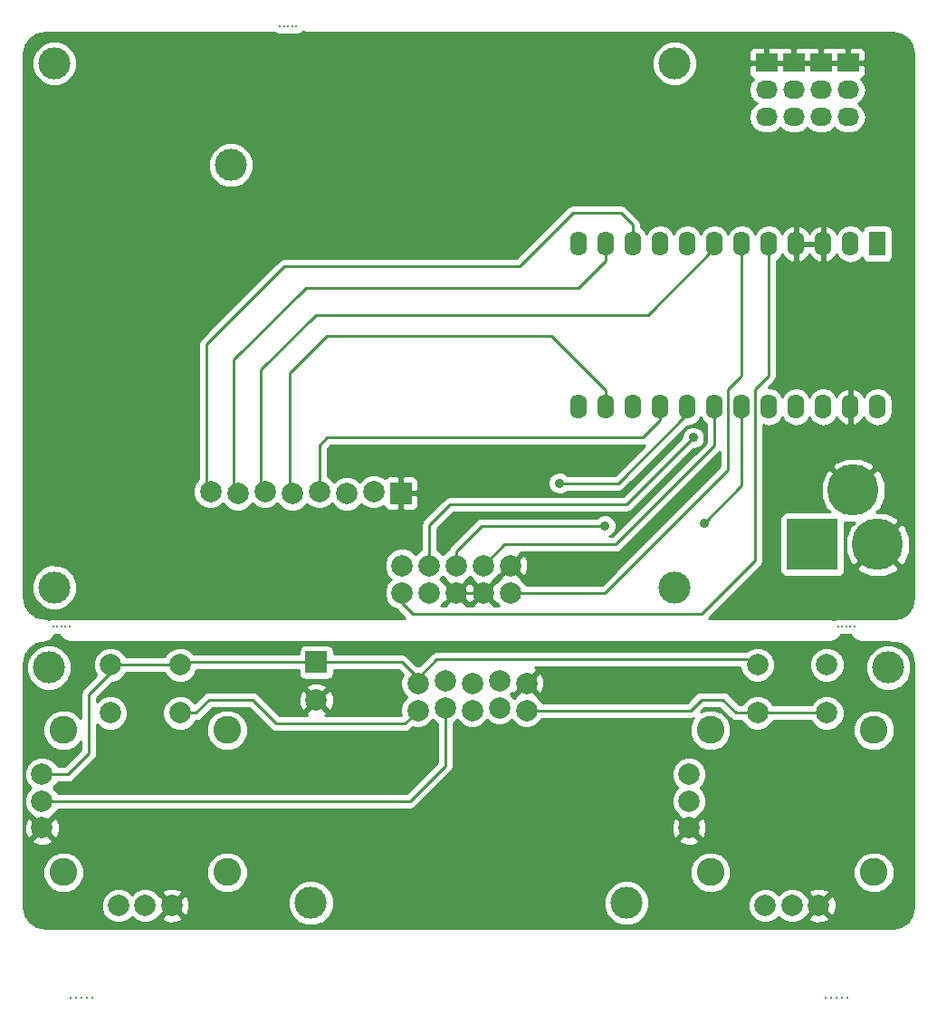
<source format=gtl>
G04 #@! TF.FileFunction,Copper,L1,Top,Signal*
%FSLAX46Y46*%
G04 Gerber Fmt 4.6, Leading zero omitted, Abs format (unit mm)*
G04 Created by KiCad (PCBNEW (2015-01-16 BZR 5376)-product) date 6/13/2016 5:18:32 PM*
%MOMM*%
G01*
G04 APERTURE LIST*
%ADD10C,0.100000*%
%ADD11C,3.000000*%
%ADD12C,2.000000*%
%ADD13R,2.000000X2.000000*%
%ADD14R,2.032000X1.727200*%
%ADD15O,2.032000X1.727200*%
%ADD16R,1.574800X2.286000*%
%ADD17O,1.574800X2.286000*%
%ADD18C,0.300000*%
%ADD19C,4.800600*%
%ADD20R,4.800600X4.800600*%
%ADD21C,2.600000*%
%ADD22C,0.889000*%
%ADD23C,0.254000*%
%ADD24C,0.152400*%
G04 APERTURE END LIST*
D10*
D11*
X114000000Y-85500000D03*
D12*
X112110000Y-116040000D03*
X114650000Y-116250000D03*
X117190000Y-116040000D03*
X119750000Y-116250000D03*
X122270000Y-116040000D03*
X124850000Y-116250000D03*
X127350000Y-116040000D03*
D13*
X129900000Y-116200000D03*
D14*
X171735000Y-75946000D03*
D15*
X171735000Y-78486000D03*
X171735000Y-81026000D03*
D14*
X169195000Y-75946000D03*
D15*
X169195000Y-78486000D03*
X169195000Y-81026000D03*
D14*
X166655000Y-75946000D03*
D15*
X166655000Y-78486000D03*
X166655000Y-81026000D03*
D14*
X164095000Y-75935000D03*
D15*
X164095000Y-78475000D03*
X164095000Y-81015000D03*
D16*
X174470000Y-92880000D03*
D17*
X171930000Y-92880000D03*
X169390000Y-92880000D03*
X166850000Y-92880000D03*
X164310000Y-92880000D03*
X161770000Y-92880000D03*
X159230000Y-92880000D03*
X156690000Y-92880000D03*
X154150000Y-92880000D03*
X151610000Y-92880000D03*
X149070000Y-92880000D03*
X146530000Y-92880000D03*
X146530000Y-108120000D03*
X149070000Y-108120000D03*
X151610000Y-108120000D03*
X154150000Y-108120000D03*
X156690000Y-108120000D03*
X159230000Y-108120000D03*
X161770000Y-108120000D03*
X164310000Y-108120000D03*
X166850000Y-108120000D03*
X169390000Y-108120000D03*
X171930000Y-108120000D03*
X174470000Y-108120000D03*
D18*
X98933000Y-128651000D03*
X98552000Y-128651000D03*
X98171000Y-128651000D03*
X97790000Y-128651000D03*
X97409000Y-128651000D03*
X172339000Y-128651000D03*
X171958000Y-128651000D03*
X171577000Y-128651000D03*
X171196000Y-128651000D03*
X170815000Y-128651000D03*
X118618000Y-72517000D03*
D12*
X130000000Y-125500000D03*
X130000000Y-122960000D03*
X132540000Y-125500000D03*
X132540000Y-122960000D03*
X135080000Y-125500000D03*
X135080000Y-122960000D03*
X137620000Y-125500000D03*
X137620000Y-122960000D03*
X140160000Y-125500000D03*
X140160000Y-122960000D03*
D19*
X174500000Y-121000000D03*
D20*
X168404000Y-121000000D03*
D19*
X172214000Y-115920000D03*
D11*
X97500000Y-76000000D03*
X155500000Y-76000000D03*
X97500000Y-125000000D03*
X155500000Y-125000000D03*
D18*
X118999000Y-72517000D03*
X119380000Y-72517000D03*
X119761000Y-72517000D03*
X120142000Y-72517000D03*
D21*
X158850000Y-138350000D03*
X174150000Y-138350000D03*
X174150000Y-151650000D03*
X158850000Y-151650000D03*
D12*
X156850000Y-145000000D03*
X156850000Y-142500000D03*
X156850000Y-147500000D03*
X166500000Y-154750000D03*
X164000000Y-154750000D03*
X169000000Y-154750000D03*
X163250000Y-136750000D03*
X169750000Y-136750000D03*
X169750000Y-132250000D03*
X163250000Y-132250000D03*
D21*
X98350000Y-138350000D03*
X113650000Y-138350000D03*
X113650000Y-151650000D03*
X98350000Y-151650000D03*
D12*
X96350000Y-145000000D03*
X96350000Y-142500000D03*
X96350000Y-147500000D03*
X106000000Y-154750000D03*
X103500000Y-154750000D03*
X108500000Y-154750000D03*
X102750000Y-136750000D03*
X109250000Y-136750000D03*
X109250000Y-132250000D03*
X102750000Y-132250000D03*
X131500000Y-136500000D03*
X131500000Y-133960000D03*
X134040000Y-136246000D03*
X134040000Y-133706000D03*
X136580000Y-136500000D03*
X136580000Y-133960000D03*
X139120000Y-136246000D03*
X139120000Y-133706000D03*
X141660000Y-136500000D03*
X141660000Y-133960000D03*
D13*
X122000000Y-132000000D03*
D12*
X122000000Y-135556000D03*
D18*
X169664000Y-163403000D03*
X170172000Y-163403000D03*
X171188000Y-163403000D03*
X170680000Y-163403000D03*
X171696000Y-163403000D03*
X101084000Y-163403000D03*
X100068000Y-163403000D03*
X100576000Y-163403000D03*
X99560000Y-163403000D03*
D11*
X97000000Y-132500000D03*
X151000000Y-154500000D03*
X175500000Y-132500000D03*
X121500000Y-154500000D03*
D18*
X99052000Y-163403000D03*
D22*
X144750000Y-115250000D03*
X149000000Y-119250000D03*
X158250000Y-119000000D03*
X157250000Y-111000000D03*
D23*
X137620000Y-125500000D02*
X135080000Y-125500000D01*
X140160000Y-122960000D02*
X137620000Y-125500000D01*
X164310000Y-92880000D02*
X164310000Y-105190000D01*
X130000000Y-126500000D02*
X130000000Y-125500000D01*
X131000000Y-127500000D02*
X130000000Y-126500000D01*
X158000000Y-127500000D02*
X131000000Y-127500000D01*
X163000000Y-122500000D02*
X158000000Y-127500000D01*
X163000000Y-106500000D02*
X163000000Y-122500000D01*
X164310000Y-105190000D02*
X163000000Y-106500000D01*
X161770000Y-92880000D02*
X161770000Y-105230000D01*
X149000000Y-125500000D02*
X140160000Y-125500000D01*
X160500000Y-114000000D02*
X149000000Y-125500000D01*
X160500000Y-106500000D02*
X160500000Y-114000000D01*
X161770000Y-105230000D02*
X160500000Y-106500000D01*
X116840000Y-115690000D02*
X116840000Y-104660000D01*
X122000000Y-99500000D02*
X116840000Y-104660000D01*
X153000000Y-99500000D02*
X122000000Y-99500000D01*
X153000000Y-99500000D02*
X159230000Y-93270000D01*
X116840000Y-115690000D02*
X117190000Y-116040000D01*
X159230000Y-92880000D02*
X159230000Y-93270000D01*
X111760000Y-115690000D02*
X111760000Y-102240000D01*
X151610000Y-91110000D02*
X150500000Y-90000000D01*
X150500000Y-90000000D02*
X146000000Y-90000000D01*
X146000000Y-90000000D02*
X141000000Y-95000000D01*
X141000000Y-95000000D02*
X119000000Y-95000000D01*
X119000000Y-95000000D02*
X111760000Y-102240000D01*
X151610000Y-91110000D02*
X151610000Y-92880000D01*
X111760000Y-115690000D02*
X112110000Y-116040000D01*
X114300000Y-115900000D02*
X114300000Y-103700000D01*
X149070000Y-94430000D02*
X146500000Y-97000000D01*
X146500000Y-97000000D02*
X121000000Y-97000000D01*
X121000000Y-97000000D02*
X114300000Y-103700000D01*
X149070000Y-94430000D02*
X149070000Y-92880000D01*
X114300000Y-115900000D02*
X114650000Y-116250000D01*
X123000000Y-101500000D02*
X119500000Y-105000000D01*
X149070000Y-106570000D02*
X144000000Y-101500000D01*
X144000000Y-101500000D02*
X123000000Y-101500000D01*
X149070000Y-108120000D02*
X149070000Y-106570000D01*
X119500000Y-105000000D02*
X119500000Y-116000000D01*
X119500000Y-116000000D02*
X119750000Y-116250000D01*
X124000000Y-111000000D02*
X123000000Y-111000000D01*
X154150000Y-109350000D02*
X152500000Y-111000000D01*
X152500000Y-111000000D02*
X124000000Y-111000000D01*
X154150000Y-108120000D02*
X154150000Y-109350000D01*
X122270000Y-111730000D02*
X122270000Y-116040000D01*
X123000000Y-111000000D02*
X122270000Y-111730000D01*
X134040000Y-136246000D02*
X134040000Y-141710000D01*
X130750000Y-145000000D02*
X96350000Y-145000000D01*
X134040000Y-141710000D02*
X130750000Y-145000000D01*
X156690000Y-108120000D02*
X156690000Y-108810000D01*
X156690000Y-108810000D02*
X150250000Y-115250000D01*
X150250000Y-115250000D02*
X144750000Y-115250000D01*
X159230000Y-108120000D02*
X159230000Y-111770000D01*
X139580000Y-121000000D02*
X137620000Y-122960000D01*
X150000000Y-121000000D02*
X139580000Y-121000000D01*
X159230000Y-111770000D02*
X150000000Y-121000000D01*
X161770000Y-115230000D02*
X161770000Y-115480000D01*
X161770000Y-108120000D02*
X161770000Y-115230000D01*
X135080000Y-121670000D02*
X135080000Y-122960000D01*
X137500000Y-119250000D02*
X135080000Y-121670000D01*
X149000000Y-119250000D02*
X137500000Y-119250000D01*
X161770000Y-115480000D02*
X158250000Y-119000000D01*
D24*
X136580000Y-133960000D02*
X136580000Y-133980000D01*
D23*
X132540000Y-119210000D02*
X132540000Y-122960000D01*
X134500000Y-117250000D02*
X132540000Y-119210000D01*
X151000000Y-117250000D02*
X134500000Y-117250000D01*
X157250000Y-111000000D02*
X151000000Y-117250000D01*
D24*
X139120000Y-133706000D02*
X139120000Y-133920000D01*
D23*
X102750000Y-132250000D02*
X102750000Y-133000000D01*
X102750000Y-133000000D02*
X100750000Y-135000000D01*
X98750000Y-142500000D02*
X96350000Y-142500000D01*
X100750000Y-140500000D02*
X98750000Y-142500000D01*
X100750000Y-135000000D02*
X100750000Y-140500000D01*
X109250000Y-132250000D02*
X102750000Y-132250000D01*
X122000000Y-132000000D02*
X109500000Y-132000000D01*
X109500000Y-132000000D02*
X109250000Y-132250000D01*
X131500000Y-133960000D02*
X131500000Y-133500000D01*
X131500000Y-133500000D02*
X130000000Y-132000000D01*
X130000000Y-132000000D02*
X122000000Y-132000000D01*
X131500000Y-133500000D02*
X133250000Y-131750000D01*
X133250000Y-131750000D02*
X162750000Y-131750000D01*
X162750000Y-131750000D02*
X163250000Y-132250000D01*
D24*
X131500000Y-133960000D02*
X131500000Y-133700000D01*
D23*
X163250000Y-136750000D02*
X169750000Y-136750000D01*
X141660000Y-136500000D02*
X157000000Y-136500000D01*
X161250000Y-136750000D02*
X163250000Y-136750000D01*
X160000000Y-135500000D02*
X161250000Y-136750000D01*
X158000000Y-135500000D02*
X160000000Y-135500000D01*
X157000000Y-136500000D02*
X158000000Y-135500000D01*
X109250000Y-136750000D02*
X110750000Y-136750000D01*
X130250000Y-137750000D02*
X131500000Y-136500000D01*
X118250000Y-137750000D02*
X130250000Y-137750000D01*
X116000000Y-135500000D02*
X118250000Y-137750000D01*
X112000000Y-135500000D02*
X116000000Y-135500000D01*
X110750000Y-136750000D02*
X112000000Y-135500000D01*
G36*
X159738000Y-113684370D02*
X148684370Y-124738000D01*
X141805908Y-124738000D01*
X141805908Y-123224539D01*
X141781856Y-122574540D01*
X141579387Y-122085736D01*
X141312532Y-121987073D01*
X140339605Y-122960000D01*
X141312532Y-123932927D01*
X141579387Y-123834264D01*
X141805908Y-123224539D01*
X141805908Y-124738000D01*
X141614220Y-124738000D01*
X141546894Y-124575057D01*
X141120021Y-124147437D01*
X141132927Y-124112532D01*
X140160000Y-123139605D01*
X139187073Y-124112532D01*
X139200163Y-124147938D01*
X138807437Y-124539978D01*
X138772532Y-124527073D01*
X137799605Y-125500000D01*
X138772532Y-126472927D01*
X138807938Y-126459836D01*
X139085616Y-126738000D01*
X138561327Y-126738000D01*
X138592927Y-126652532D01*
X137620000Y-125679605D01*
X137440395Y-125859210D01*
X137440395Y-125500000D01*
X136467468Y-124527073D01*
X136350000Y-124570503D01*
X136232532Y-124527073D01*
X135259605Y-125500000D01*
X136232532Y-126472927D01*
X136350000Y-126429496D01*
X136467468Y-126472927D01*
X137440395Y-125500000D01*
X137440395Y-125859210D01*
X136647073Y-126652532D01*
X136678672Y-126738000D01*
X136021327Y-126738000D01*
X136052927Y-126652532D01*
X135080000Y-125679605D01*
X134107073Y-126652532D01*
X134138672Y-126738000D01*
X133614097Y-126738000D01*
X133892562Y-126460021D01*
X133927468Y-126472927D01*
X134900395Y-125500000D01*
X133927468Y-124527073D01*
X133892061Y-124540163D01*
X133582240Y-124229800D01*
X133810199Y-124002240D01*
X134119978Y-124312562D01*
X134107073Y-124347468D01*
X135080000Y-125320395D01*
X136052927Y-124347468D01*
X136039836Y-124312061D01*
X136350199Y-124002240D01*
X136659978Y-124312562D01*
X136647073Y-124347468D01*
X137620000Y-125320395D01*
X138592927Y-124347468D01*
X138579836Y-124312061D01*
X138972562Y-123920021D01*
X139007468Y-123932927D01*
X139980395Y-122960000D01*
X139966252Y-122945857D01*
X140145857Y-122766252D01*
X140160000Y-122780395D01*
X141132927Y-121807468D01*
X141116116Y-121762000D01*
X150000000Y-121762000D01*
X150000000Y-121761999D01*
X150291604Y-121703996D01*
X150291605Y-121703996D01*
X150538815Y-121538815D01*
X159738000Y-112339630D01*
X159738000Y-113684370D01*
X159738000Y-113684370D01*
G37*
X159738000Y-113684370D02*
X148684370Y-124738000D01*
X141805908Y-124738000D01*
X141805908Y-123224539D01*
X141781856Y-122574540D01*
X141579387Y-122085736D01*
X141312532Y-121987073D01*
X140339605Y-122960000D01*
X141312532Y-123932927D01*
X141579387Y-123834264D01*
X141805908Y-123224539D01*
X141805908Y-124738000D01*
X141614220Y-124738000D01*
X141546894Y-124575057D01*
X141120021Y-124147437D01*
X141132927Y-124112532D01*
X140160000Y-123139605D01*
X139187073Y-124112532D01*
X139200163Y-124147938D01*
X138807437Y-124539978D01*
X138772532Y-124527073D01*
X137799605Y-125500000D01*
X138772532Y-126472927D01*
X138807938Y-126459836D01*
X139085616Y-126738000D01*
X138561327Y-126738000D01*
X138592927Y-126652532D01*
X137620000Y-125679605D01*
X137440395Y-125859210D01*
X137440395Y-125500000D01*
X136467468Y-124527073D01*
X136350000Y-124570503D01*
X136232532Y-124527073D01*
X135259605Y-125500000D01*
X136232532Y-126472927D01*
X136350000Y-126429496D01*
X136467468Y-126472927D01*
X137440395Y-125500000D01*
X137440395Y-125859210D01*
X136647073Y-126652532D01*
X136678672Y-126738000D01*
X136021327Y-126738000D01*
X136052927Y-126652532D01*
X135080000Y-125679605D01*
X134107073Y-126652532D01*
X134138672Y-126738000D01*
X133614097Y-126738000D01*
X133892562Y-126460021D01*
X133927468Y-126472927D01*
X134900395Y-125500000D01*
X133927468Y-124527073D01*
X133892061Y-124540163D01*
X133582240Y-124229800D01*
X133810199Y-124002240D01*
X134119978Y-124312562D01*
X134107073Y-124347468D01*
X135080000Y-125320395D01*
X136052927Y-124347468D01*
X136039836Y-124312061D01*
X136350199Y-124002240D01*
X136659978Y-124312562D01*
X136647073Y-124347468D01*
X137620000Y-125320395D01*
X138592927Y-124347468D01*
X138579836Y-124312061D01*
X138972562Y-123920021D01*
X139007468Y-123932927D01*
X139980395Y-122960000D01*
X139966252Y-122945857D01*
X140145857Y-122766252D01*
X140160000Y-122780395D01*
X141132927Y-121807468D01*
X141116116Y-121762000D01*
X150000000Y-121762000D01*
X150000000Y-121761999D01*
X150291604Y-121703996D01*
X150291605Y-121703996D01*
X150538815Y-121538815D01*
X159738000Y-112339630D01*
X159738000Y-113684370D01*
G36*
X177865000Y-125988213D02*
X177702492Y-126805194D01*
X177536369Y-127053813D01*
X177536369Y-121598358D01*
X177534221Y-120390843D01*
X177076257Y-119285221D01*
X176663936Y-119015670D01*
X176484330Y-119195275D01*
X176484330Y-118836064D01*
X176214779Y-118423743D01*
X175904840Y-118296007D01*
X175904840Y-94023000D01*
X175904840Y-91737000D01*
X175857863Y-91494877D01*
X175718073Y-91282073D01*
X175507040Y-91139623D01*
X175257400Y-91089560D01*
X173682600Y-91089560D01*
X173440477Y-91136537D01*
X173418345Y-91151075D01*
X173418345Y-81026000D01*
X173304271Y-80452511D01*
X172979415Y-79966330D01*
X172664634Y-79756000D01*
X172979415Y-79545670D01*
X173304271Y-79059489D01*
X173418345Y-78486000D01*
X173304271Y-77912511D01*
X172979415Y-77426330D01*
X172957219Y-77411499D01*
X173110698Y-77347927D01*
X173289327Y-77169299D01*
X173386000Y-76935910D01*
X173386000Y-76683291D01*
X173386000Y-76231750D01*
X173386000Y-75660250D01*
X173386000Y-75208709D01*
X173386000Y-74956090D01*
X173289327Y-74722701D01*
X173110698Y-74544073D01*
X172877309Y-74447400D01*
X172020750Y-74447400D01*
X171862000Y-74606150D01*
X171862000Y-75819000D01*
X173227250Y-75819000D01*
X173386000Y-75660250D01*
X173386000Y-76231750D01*
X173227250Y-76073000D01*
X171862000Y-76073000D01*
X171862000Y-76093000D01*
X171608000Y-76093000D01*
X171608000Y-76073000D01*
X171608000Y-75819000D01*
X171608000Y-74606150D01*
X171449250Y-74447400D01*
X170592691Y-74447400D01*
X170465000Y-74500291D01*
X170337309Y-74447400D01*
X169480750Y-74447400D01*
X169322000Y-74606150D01*
X169322000Y-75819000D01*
X170242750Y-75819000D01*
X170687250Y-75819000D01*
X171608000Y-75819000D01*
X171608000Y-76073000D01*
X170687250Y-76073000D01*
X170242750Y-76073000D01*
X169322000Y-76073000D01*
X169322000Y-76093000D01*
X169068000Y-76093000D01*
X169068000Y-76073000D01*
X169068000Y-75819000D01*
X169068000Y-74606150D01*
X168909250Y-74447400D01*
X168052691Y-74447400D01*
X167925000Y-74500291D01*
X167797309Y-74447400D01*
X166940750Y-74447400D01*
X166782000Y-74606150D01*
X166782000Y-75819000D01*
X167702750Y-75819000D01*
X168147250Y-75819000D01*
X169068000Y-75819000D01*
X169068000Y-76073000D01*
X168147250Y-76073000D01*
X167702750Y-76073000D01*
X166782000Y-76073000D01*
X166782000Y-76093000D01*
X166528000Y-76093000D01*
X166528000Y-76073000D01*
X166528000Y-75819000D01*
X166528000Y-74606150D01*
X166369250Y-74447400D01*
X165512691Y-74447400D01*
X165388278Y-74498933D01*
X165237309Y-74436400D01*
X164380750Y-74436400D01*
X164222000Y-74595150D01*
X164222000Y-75808000D01*
X165151750Y-75808000D01*
X165162750Y-75819000D01*
X166528000Y-75819000D01*
X166528000Y-76073000D01*
X165598250Y-76073000D01*
X165587250Y-76062000D01*
X164222000Y-76062000D01*
X164222000Y-76082000D01*
X163968000Y-76082000D01*
X163968000Y-76062000D01*
X163968000Y-75808000D01*
X163968000Y-74595150D01*
X163809250Y-74436400D01*
X162952691Y-74436400D01*
X162719302Y-74533073D01*
X162540673Y-74711701D01*
X162444000Y-74945090D01*
X162444000Y-75197709D01*
X162444000Y-75649250D01*
X162602750Y-75808000D01*
X163968000Y-75808000D01*
X163968000Y-76062000D01*
X162602750Y-76062000D01*
X162444000Y-76220750D01*
X162444000Y-76672291D01*
X162444000Y-76924910D01*
X162540673Y-77158299D01*
X162719302Y-77336927D01*
X162872780Y-77400499D01*
X162850585Y-77415330D01*
X162525729Y-77901511D01*
X162411655Y-78475000D01*
X162525729Y-79048489D01*
X162850585Y-79534670D01*
X163165365Y-79745000D01*
X162850585Y-79955330D01*
X162525729Y-80441511D01*
X162411655Y-81015000D01*
X162525729Y-81588489D01*
X162850585Y-82074670D01*
X163336766Y-82399526D01*
X163910255Y-82513600D01*
X164279745Y-82513600D01*
X164853234Y-82399526D01*
X165339415Y-82074670D01*
X165371325Y-82026913D01*
X165410585Y-82085670D01*
X165896766Y-82410526D01*
X166470255Y-82524600D01*
X166839745Y-82524600D01*
X167413234Y-82410526D01*
X167899415Y-82085670D01*
X167925000Y-82047379D01*
X167950585Y-82085670D01*
X168436766Y-82410526D01*
X169010255Y-82524600D01*
X169379745Y-82524600D01*
X169953234Y-82410526D01*
X170439415Y-82085670D01*
X170465000Y-82047379D01*
X170490585Y-82085670D01*
X170976766Y-82410526D01*
X171550255Y-82524600D01*
X171919745Y-82524600D01*
X172493234Y-82410526D01*
X172979415Y-82085670D01*
X173304271Y-81599489D01*
X173418345Y-81026000D01*
X173418345Y-91151075D01*
X173227673Y-91276327D01*
X173085223Y-91487360D01*
X173051279Y-91656621D01*
X172935789Y-91483778D01*
X172474329Y-91175441D01*
X171930000Y-91067167D01*
X171385671Y-91175441D01*
X170924211Y-91483778D01*
X170660246Y-91878829D01*
X170655525Y-91862738D01*
X170305986Y-91428809D01*
X169816996Y-91161673D01*
X169737060Y-91144990D01*
X169517000Y-91267148D01*
X169517000Y-92753000D01*
X169537000Y-92753000D01*
X169537000Y-93007000D01*
X169517000Y-93007000D01*
X169517000Y-94492852D01*
X169737060Y-94615010D01*
X169816996Y-94598327D01*
X170305986Y-94331191D01*
X170655525Y-93897262D01*
X170660246Y-93881170D01*
X170924211Y-94276222D01*
X171385671Y-94584559D01*
X171930000Y-94692833D01*
X172474329Y-94584559D01*
X172935789Y-94276222D01*
X173050873Y-94103986D01*
X173082137Y-94265123D01*
X173221927Y-94477927D01*
X173432960Y-94620377D01*
X173682600Y-94670440D01*
X175257400Y-94670440D01*
X175499523Y-94623463D01*
X175712327Y-94483673D01*
X175854777Y-94272640D01*
X175904840Y-94023000D01*
X175904840Y-118296007D01*
X175892400Y-118290880D01*
X175892400Y-108510433D01*
X175892400Y-107729567D01*
X175784126Y-107185238D01*
X175475789Y-106723778D01*
X175014329Y-106415441D01*
X174470000Y-106307167D01*
X173925671Y-106415441D01*
X173464211Y-106723778D01*
X173200246Y-107118829D01*
X173195525Y-107102738D01*
X172845986Y-106668809D01*
X172356996Y-106401673D01*
X172277060Y-106384990D01*
X172057000Y-106507148D01*
X172057000Y-107993000D01*
X172077000Y-107993000D01*
X172077000Y-108247000D01*
X172057000Y-108247000D01*
X172057000Y-109732852D01*
X172277060Y-109855010D01*
X172356996Y-109838327D01*
X172845986Y-109571191D01*
X173195525Y-109137262D01*
X173200246Y-109121170D01*
X173464211Y-109516222D01*
X173925671Y-109824559D01*
X174470000Y-109932833D01*
X175014329Y-109824559D01*
X175475789Y-109516222D01*
X175784126Y-109054762D01*
X175892400Y-108510433D01*
X175892400Y-118290880D01*
X175250369Y-118026279D01*
X175098358Y-117963631D01*
X174438412Y-117964804D01*
X174377937Y-117904329D01*
X174790257Y-117634779D01*
X175250369Y-116518358D01*
X175248221Y-115310843D01*
X174790257Y-114205221D01*
X174377936Y-113935670D01*
X174198330Y-114115275D01*
X174198330Y-113756064D01*
X173928779Y-113343743D01*
X172812358Y-112883631D01*
X171604843Y-112885779D01*
X170499221Y-113343743D01*
X170229670Y-113756064D01*
X172214000Y-115740395D01*
X174198330Y-113756064D01*
X174198330Y-114115275D01*
X172393605Y-115920000D01*
X172407747Y-115934142D01*
X172228142Y-116113747D01*
X172214000Y-116099605D01*
X172199857Y-116113747D01*
X172034395Y-115948285D01*
X172020252Y-115934142D01*
X172034395Y-115920000D01*
X170050064Y-113935670D01*
X169637743Y-114205221D01*
X169177631Y-115321642D01*
X169179779Y-116529157D01*
X169637743Y-117634779D01*
X170050062Y-117904329D01*
X170002132Y-117952260D01*
X166003700Y-117952260D01*
X165761577Y-117999237D01*
X165548773Y-118139027D01*
X165406323Y-118350060D01*
X165356260Y-118599700D01*
X165356260Y-123400300D01*
X165403237Y-123642423D01*
X165543027Y-123855227D01*
X165754060Y-123997677D01*
X166003700Y-124047740D01*
X170804300Y-124047740D01*
X171046423Y-124000763D01*
X171259227Y-123860973D01*
X171401677Y-123649940D01*
X171451740Y-123400300D01*
X171451740Y-118888819D01*
X171615642Y-118956369D01*
X172275586Y-118955194D01*
X172336062Y-119015670D01*
X171923743Y-119285221D01*
X171463631Y-120401642D01*
X171465779Y-121609157D01*
X171923743Y-122714779D01*
X172336064Y-122984330D01*
X174320395Y-121000000D01*
X174306252Y-120985857D01*
X174485857Y-120806252D01*
X174500000Y-120820395D01*
X176484330Y-118836064D01*
X176484330Y-119195275D01*
X174679605Y-121000000D01*
X176663936Y-122984330D01*
X177076257Y-122714779D01*
X177536369Y-121598358D01*
X177536369Y-127053813D01*
X177303029Y-127403031D01*
X176705193Y-127802493D01*
X176484330Y-127846425D01*
X176484330Y-123163936D01*
X174500000Y-121179605D01*
X174320395Y-121359210D01*
X172515670Y-123163936D01*
X172785221Y-123576257D01*
X173901642Y-124036369D01*
X175109157Y-124034221D01*
X176214779Y-123576257D01*
X176484330Y-123163936D01*
X176484330Y-127846425D01*
X176251367Y-127892764D01*
X176221427Y-127886809D01*
X176109640Y-127886809D01*
X176000000Y-127865000D01*
X173000000Y-127865000D01*
X172657272Y-127933172D01*
X172495831Y-127866137D01*
X172183539Y-127865864D01*
X172148770Y-127880229D01*
X172114831Y-127866137D01*
X171802539Y-127865864D01*
X171767770Y-127880229D01*
X171733831Y-127866137D01*
X171421539Y-127865864D01*
X171386770Y-127880229D01*
X171352831Y-127866137D01*
X171040539Y-127865864D01*
X171005770Y-127880229D01*
X170971831Y-127866137D01*
X170659539Y-127865864D01*
X170441295Y-127956040D01*
X170434346Y-127951397D01*
X170000000Y-127865000D01*
X158712630Y-127865000D01*
X163538815Y-123038815D01*
X163538816Y-123038815D01*
X163637834Y-122890623D01*
X163703996Y-122791605D01*
X163703996Y-122791604D01*
X163762000Y-122500000D01*
X163762000Y-109822106D01*
X163765671Y-109824559D01*
X164310000Y-109932833D01*
X164854329Y-109824559D01*
X165315789Y-109516222D01*
X165580000Y-109120801D01*
X165844211Y-109516222D01*
X166305671Y-109824559D01*
X166850000Y-109932833D01*
X167394329Y-109824559D01*
X167855789Y-109516222D01*
X168120000Y-109120801D01*
X168384211Y-109516222D01*
X168845671Y-109824559D01*
X169390000Y-109932833D01*
X169934329Y-109824559D01*
X170395789Y-109516222D01*
X170659753Y-109121170D01*
X170664475Y-109137262D01*
X171014014Y-109571191D01*
X171503004Y-109838327D01*
X171582940Y-109855010D01*
X171803000Y-109732852D01*
X171803000Y-108247000D01*
X171783000Y-108247000D01*
X171783000Y-107993000D01*
X171803000Y-107993000D01*
X171803000Y-106507148D01*
X171582940Y-106384990D01*
X171503004Y-106401673D01*
X171014014Y-106668809D01*
X170664475Y-107102738D01*
X170659753Y-107118829D01*
X170395789Y-106723778D01*
X169934329Y-106415441D01*
X169390000Y-106307167D01*
X169263000Y-106332428D01*
X169263000Y-94492852D01*
X169263000Y-93007000D01*
X169263000Y-92753000D01*
X169263000Y-91267148D01*
X169042940Y-91144990D01*
X168963004Y-91161673D01*
X168474014Y-91428809D01*
X168124475Y-91862738D01*
X168120000Y-91877989D01*
X168115525Y-91862738D01*
X167765986Y-91428809D01*
X167276996Y-91161673D01*
X167197060Y-91144990D01*
X166977000Y-91267148D01*
X166977000Y-92753000D01*
X167967600Y-92753000D01*
X168272400Y-92753000D01*
X169263000Y-92753000D01*
X169263000Y-93007000D01*
X168272400Y-93007000D01*
X167967600Y-93007000D01*
X166977000Y-93007000D01*
X166977000Y-94492852D01*
X167197060Y-94615010D01*
X167276996Y-94598327D01*
X167765986Y-94331191D01*
X168115525Y-93897262D01*
X168120000Y-93882010D01*
X168124475Y-93897262D01*
X168474014Y-94331191D01*
X168963004Y-94598327D01*
X169042940Y-94615010D01*
X169263000Y-94492852D01*
X169263000Y-106332428D01*
X168845671Y-106415441D01*
X168384211Y-106723778D01*
X168120000Y-107119198D01*
X167855789Y-106723778D01*
X167394329Y-106415441D01*
X166850000Y-106307167D01*
X166305671Y-106415441D01*
X165844211Y-106723778D01*
X165580000Y-107119198D01*
X165315789Y-106723778D01*
X164854329Y-106415441D01*
X164310000Y-106307167D01*
X164260646Y-106316984D01*
X164848815Y-105728815D01*
X164848816Y-105728815D01*
X164947834Y-105580623D01*
X165013996Y-105481605D01*
X165013996Y-105481604D01*
X165072000Y-105190000D01*
X165072000Y-94439116D01*
X165315789Y-94276222D01*
X165579753Y-93881170D01*
X165584475Y-93897262D01*
X165934014Y-94331191D01*
X166423004Y-94598327D01*
X166502940Y-94615010D01*
X166723000Y-94492852D01*
X166723000Y-93007000D01*
X166703000Y-93007000D01*
X166703000Y-92753000D01*
X166723000Y-92753000D01*
X166723000Y-91267148D01*
X166502940Y-91144990D01*
X166423004Y-91161673D01*
X165934014Y-91428809D01*
X165584475Y-91862738D01*
X165579753Y-91878829D01*
X165315789Y-91483778D01*
X164854329Y-91175441D01*
X164310000Y-91067167D01*
X163765671Y-91175441D01*
X163304211Y-91483778D01*
X163040000Y-91879198D01*
X162775789Y-91483778D01*
X162314329Y-91175441D01*
X161770000Y-91067167D01*
X161225671Y-91175441D01*
X160764211Y-91483778D01*
X160500000Y-91879198D01*
X160235789Y-91483778D01*
X159774329Y-91175441D01*
X159230000Y-91067167D01*
X158685671Y-91175441D01*
X158224211Y-91483778D01*
X157960000Y-91879198D01*
X157695789Y-91483778D01*
X157635370Y-91443407D01*
X157635370Y-75577185D01*
X157311020Y-74792200D01*
X156710959Y-74191091D01*
X155926541Y-73865372D01*
X155077185Y-73864630D01*
X154292200Y-74188980D01*
X153691091Y-74789041D01*
X153365372Y-75573459D01*
X153364630Y-76422815D01*
X153688980Y-77207800D01*
X154289041Y-77808909D01*
X155073459Y-78134628D01*
X155922815Y-78135370D01*
X156707800Y-77811020D01*
X157308909Y-77210959D01*
X157634628Y-76426541D01*
X157635370Y-75577185D01*
X157635370Y-91443407D01*
X157234329Y-91175441D01*
X156690000Y-91067167D01*
X156145671Y-91175441D01*
X155684211Y-91483778D01*
X155420000Y-91879198D01*
X155155789Y-91483778D01*
X154694329Y-91175441D01*
X154150000Y-91067167D01*
X153605671Y-91175441D01*
X153144211Y-91483778D01*
X152880000Y-91879198D01*
X152615789Y-91483778D01*
X152372000Y-91320883D01*
X152372000Y-91110000D01*
X152313996Y-90818395D01*
X152148815Y-90571185D01*
X151038815Y-89461185D01*
X150791605Y-89296004D01*
X150500000Y-89238000D01*
X146000000Y-89238000D01*
X145708395Y-89296004D01*
X145609376Y-89362165D01*
X145461185Y-89461184D01*
X140684369Y-94238000D01*
X119000000Y-94238000D01*
X118708395Y-94296004D01*
X118461184Y-94461185D01*
X116135370Y-96786999D01*
X116135370Y-85077185D01*
X115811020Y-84292200D01*
X115210959Y-83691091D01*
X114426541Y-83365372D01*
X113577185Y-83364630D01*
X112792200Y-83688980D01*
X112191091Y-84289041D01*
X111865372Y-85073459D01*
X111864630Y-85922815D01*
X112188980Y-86707800D01*
X112789041Y-87308909D01*
X113573459Y-87634628D01*
X114422815Y-87635370D01*
X115207800Y-87311020D01*
X115808909Y-86710959D01*
X116134628Y-85926541D01*
X116135370Y-85077185D01*
X116135370Y-96786999D01*
X111221185Y-101701185D01*
X111056004Y-101948395D01*
X110998000Y-102240000D01*
X110998000Y-114839836D01*
X110724722Y-115112637D01*
X110475284Y-115713352D01*
X110474716Y-116363795D01*
X110723106Y-116964943D01*
X111182637Y-117425278D01*
X111783352Y-117674716D01*
X112433795Y-117675284D01*
X113034943Y-117426894D01*
X113275199Y-117187057D01*
X113722637Y-117635278D01*
X114323352Y-117884716D01*
X114973795Y-117885284D01*
X115574943Y-117636894D01*
X116025198Y-117187424D01*
X116262637Y-117425278D01*
X116863352Y-117674716D01*
X117513795Y-117675284D01*
X118114943Y-117426894D01*
X118365216Y-117177057D01*
X118822637Y-117635278D01*
X119423352Y-117884716D01*
X120073795Y-117885284D01*
X120674943Y-117636894D01*
X121115181Y-117197424D01*
X121342637Y-117425278D01*
X121943352Y-117674716D01*
X122593795Y-117675284D01*
X123194943Y-117426894D01*
X123458500Y-117163796D01*
X123463106Y-117174943D01*
X123922637Y-117635278D01*
X124523352Y-117884716D01*
X125173795Y-117885284D01*
X125774943Y-117636894D01*
X126205163Y-117207424D01*
X126422637Y-117425278D01*
X127023352Y-117674716D01*
X127673795Y-117675284D01*
X128274943Y-117426894D01*
X128297384Y-117404492D01*
X128361673Y-117559699D01*
X128540302Y-117738327D01*
X128773691Y-117835000D01*
X129614250Y-117835000D01*
X129773000Y-117676250D01*
X129773000Y-116327000D01*
X129753000Y-116327000D01*
X129753000Y-116073000D01*
X129773000Y-116073000D01*
X129773000Y-114723750D01*
X129614250Y-114565000D01*
X128773691Y-114565000D01*
X128540302Y-114661673D01*
X128412189Y-114789784D01*
X128277363Y-114654722D01*
X127676648Y-114405284D01*
X127026205Y-114404716D01*
X126425057Y-114653106D01*
X125994836Y-115082575D01*
X125777363Y-114864722D01*
X125176648Y-114615284D01*
X124526205Y-114614716D01*
X123925057Y-114863106D01*
X123661499Y-115126203D01*
X123656894Y-115115057D01*
X123197363Y-114654722D01*
X123032000Y-114586057D01*
X123032000Y-112045630D01*
X123315630Y-111762000D01*
X124000000Y-111762000D01*
X152500000Y-111762000D01*
X152500000Y-111761999D01*
X152700189Y-111722179D01*
X149934369Y-114488000D01*
X145514641Y-114488000D01*
X145362286Y-114335378D01*
X144965668Y-114170687D01*
X144536216Y-114170313D01*
X144139311Y-114334311D01*
X143835378Y-114637714D01*
X143670687Y-115034332D01*
X143670313Y-115463784D01*
X143834311Y-115860689D01*
X144137714Y-116164622D01*
X144534332Y-116329313D01*
X144963784Y-116329687D01*
X145360689Y-116165689D01*
X145514646Y-116012000D01*
X150250000Y-116012000D01*
X150250000Y-116011999D01*
X150541604Y-115953996D01*
X150541605Y-115953996D01*
X150788815Y-115788815D01*
X156652297Y-109925333D01*
X156690000Y-109932833D01*
X157234329Y-109824559D01*
X157695789Y-109516222D01*
X157960000Y-109120801D01*
X158224211Y-109516222D01*
X158468000Y-109679116D01*
X158468000Y-111454370D01*
X149684370Y-120238000D01*
X149435683Y-120238000D01*
X149610689Y-120165689D01*
X149914622Y-119862286D01*
X150079313Y-119465668D01*
X150079687Y-119036216D01*
X149915689Y-118639311D01*
X149612286Y-118335378D01*
X149215668Y-118170687D01*
X148786216Y-118170313D01*
X148389311Y-118334311D01*
X148235353Y-118488000D01*
X137500000Y-118488000D01*
X137208395Y-118546004D01*
X136961185Y-118711185D01*
X134541185Y-121131185D01*
X134376004Y-121378395D01*
X134353590Y-121491073D01*
X134155057Y-121573106D01*
X133809800Y-121917759D01*
X133467363Y-121574722D01*
X133302000Y-121506057D01*
X133302000Y-119525630D01*
X134815630Y-118012000D01*
X151000000Y-118012000D01*
X151000000Y-118011999D01*
X151291604Y-117953996D01*
X151291605Y-117953996D01*
X151538815Y-117788815D01*
X157248131Y-112079499D01*
X157463784Y-112079687D01*
X157860689Y-111915689D01*
X158164622Y-111612286D01*
X158329313Y-111215668D01*
X158329687Y-110786216D01*
X158165689Y-110389311D01*
X157862286Y-110085378D01*
X157465668Y-109920687D01*
X157036216Y-109920313D01*
X156639311Y-110084311D01*
X156335378Y-110387714D01*
X156170687Y-110784332D01*
X156170497Y-111001871D01*
X150684369Y-116488000D01*
X134500000Y-116488000D01*
X134208396Y-116546003D01*
X133961185Y-116711184D01*
X132001185Y-118671185D01*
X131836004Y-118918395D01*
X131778000Y-119210000D01*
X131778000Y-121505779D01*
X131615057Y-121573106D01*
X131535000Y-121653022D01*
X131535000Y-117326310D01*
X131535000Y-117073691D01*
X131535000Y-116485750D01*
X131535000Y-115914250D01*
X131535000Y-115326309D01*
X131535000Y-115073690D01*
X131438327Y-114840301D01*
X131259698Y-114661673D01*
X131026309Y-114565000D01*
X130185750Y-114565000D01*
X130027000Y-114723750D01*
X130027000Y-116073000D01*
X131376250Y-116073000D01*
X131535000Y-115914250D01*
X131535000Y-116485750D01*
X131376250Y-116327000D01*
X130027000Y-116327000D01*
X130027000Y-117676250D01*
X130185750Y-117835000D01*
X131026309Y-117835000D01*
X131259698Y-117738327D01*
X131438327Y-117559699D01*
X131535000Y-117326310D01*
X131535000Y-121653022D01*
X131269800Y-121917759D01*
X130927363Y-121574722D01*
X130326648Y-121325284D01*
X129676205Y-121324716D01*
X129075057Y-121573106D01*
X128614722Y-122032637D01*
X128365284Y-122633352D01*
X128364716Y-123283795D01*
X128613106Y-123884943D01*
X128957759Y-124230199D01*
X128614722Y-124572637D01*
X128365284Y-125173352D01*
X128364716Y-125823795D01*
X128613106Y-126424943D01*
X129072637Y-126885278D01*
X129474526Y-127052156D01*
X130287369Y-127865000D01*
X99635370Y-127865000D01*
X99635370Y-124577185D01*
X99635370Y-75577185D01*
X99311020Y-74792200D01*
X98710959Y-74191091D01*
X97926541Y-73865372D01*
X97077185Y-73864630D01*
X96292200Y-74188980D01*
X95691091Y-74789041D01*
X95365372Y-75573459D01*
X95364630Y-76422815D01*
X95688980Y-77207800D01*
X96289041Y-77808909D01*
X97073459Y-78134628D01*
X97922815Y-78135370D01*
X98707800Y-77811020D01*
X99308909Y-77210959D01*
X99634628Y-76426541D01*
X99635370Y-75577185D01*
X99635370Y-124577185D01*
X99311020Y-123792200D01*
X98710959Y-123191091D01*
X97926541Y-122865372D01*
X97077185Y-122864630D01*
X96292200Y-123188980D01*
X95691091Y-123789041D01*
X95365372Y-124573459D01*
X95364630Y-125422815D01*
X95688980Y-126207800D01*
X96289041Y-126808909D01*
X97073459Y-127134628D01*
X97922815Y-127135370D01*
X98707800Y-126811020D01*
X99308909Y-126210959D01*
X99634628Y-125426541D01*
X99635370Y-124577185D01*
X99635370Y-127865000D01*
X99000000Y-127865000D01*
X98994702Y-127866053D01*
X98777539Y-127865864D01*
X98742770Y-127880229D01*
X98708831Y-127866137D01*
X98396539Y-127865864D01*
X98361770Y-127880229D01*
X98327831Y-127866137D01*
X98015539Y-127865864D01*
X97980770Y-127880229D01*
X97946831Y-127866137D01*
X97634539Y-127865864D01*
X97599770Y-127880229D01*
X97565831Y-127866137D01*
X97253539Y-127865864D01*
X96964914Y-127985121D01*
X96963113Y-127986918D01*
X96721429Y-127886809D01*
X96721428Y-127886809D01*
X95794805Y-127702492D01*
X95196968Y-127303029D01*
X94797506Y-126705193D01*
X94635000Y-125888214D01*
X94635000Y-75111785D01*
X94797506Y-74294806D01*
X95196968Y-73696970D01*
X95794805Y-73297507D01*
X96611786Y-73135000D01*
X118000000Y-73135000D01*
X118104902Y-73114133D01*
X118172753Y-73182103D01*
X118461169Y-73301863D01*
X118773461Y-73302136D01*
X118808229Y-73287770D01*
X118842169Y-73301863D01*
X119154461Y-73302136D01*
X119189229Y-73287770D01*
X119223169Y-73301863D01*
X119535461Y-73302136D01*
X119570229Y-73287770D01*
X119604169Y-73301863D01*
X119916461Y-73302136D01*
X119951229Y-73287770D01*
X119985169Y-73301863D01*
X120297461Y-73302136D01*
X120586086Y-73182879D01*
X120694852Y-73074302D01*
X121000000Y-73135000D01*
X175888214Y-73135000D01*
X176705193Y-73297506D01*
X177303029Y-73696968D01*
X177702492Y-74294805D01*
X177865000Y-75111786D01*
X177865000Y-125988213D01*
X177865000Y-125988213D01*
G37*
X177865000Y-125988213D02*
X177702492Y-126805194D01*
X177536369Y-127053813D01*
X177536369Y-121598358D01*
X177534221Y-120390843D01*
X177076257Y-119285221D01*
X176663936Y-119015670D01*
X176484330Y-119195275D01*
X176484330Y-118836064D01*
X176214779Y-118423743D01*
X175904840Y-118296007D01*
X175904840Y-94023000D01*
X175904840Y-91737000D01*
X175857863Y-91494877D01*
X175718073Y-91282073D01*
X175507040Y-91139623D01*
X175257400Y-91089560D01*
X173682600Y-91089560D01*
X173440477Y-91136537D01*
X173418345Y-91151075D01*
X173418345Y-81026000D01*
X173304271Y-80452511D01*
X172979415Y-79966330D01*
X172664634Y-79756000D01*
X172979415Y-79545670D01*
X173304271Y-79059489D01*
X173418345Y-78486000D01*
X173304271Y-77912511D01*
X172979415Y-77426330D01*
X172957219Y-77411499D01*
X173110698Y-77347927D01*
X173289327Y-77169299D01*
X173386000Y-76935910D01*
X173386000Y-76683291D01*
X173386000Y-76231750D01*
X173386000Y-75660250D01*
X173386000Y-75208709D01*
X173386000Y-74956090D01*
X173289327Y-74722701D01*
X173110698Y-74544073D01*
X172877309Y-74447400D01*
X172020750Y-74447400D01*
X171862000Y-74606150D01*
X171862000Y-75819000D01*
X173227250Y-75819000D01*
X173386000Y-75660250D01*
X173386000Y-76231750D01*
X173227250Y-76073000D01*
X171862000Y-76073000D01*
X171862000Y-76093000D01*
X171608000Y-76093000D01*
X171608000Y-76073000D01*
X171608000Y-75819000D01*
X171608000Y-74606150D01*
X171449250Y-74447400D01*
X170592691Y-74447400D01*
X170465000Y-74500291D01*
X170337309Y-74447400D01*
X169480750Y-74447400D01*
X169322000Y-74606150D01*
X169322000Y-75819000D01*
X170242750Y-75819000D01*
X170687250Y-75819000D01*
X171608000Y-75819000D01*
X171608000Y-76073000D01*
X170687250Y-76073000D01*
X170242750Y-76073000D01*
X169322000Y-76073000D01*
X169322000Y-76093000D01*
X169068000Y-76093000D01*
X169068000Y-76073000D01*
X169068000Y-75819000D01*
X169068000Y-74606150D01*
X168909250Y-74447400D01*
X168052691Y-74447400D01*
X167925000Y-74500291D01*
X167797309Y-74447400D01*
X166940750Y-74447400D01*
X166782000Y-74606150D01*
X166782000Y-75819000D01*
X167702750Y-75819000D01*
X168147250Y-75819000D01*
X169068000Y-75819000D01*
X169068000Y-76073000D01*
X168147250Y-76073000D01*
X167702750Y-76073000D01*
X166782000Y-76073000D01*
X166782000Y-76093000D01*
X166528000Y-76093000D01*
X166528000Y-76073000D01*
X166528000Y-75819000D01*
X166528000Y-74606150D01*
X166369250Y-74447400D01*
X165512691Y-74447400D01*
X165388278Y-74498933D01*
X165237309Y-74436400D01*
X164380750Y-74436400D01*
X164222000Y-74595150D01*
X164222000Y-75808000D01*
X165151750Y-75808000D01*
X165162750Y-75819000D01*
X166528000Y-75819000D01*
X166528000Y-76073000D01*
X165598250Y-76073000D01*
X165587250Y-76062000D01*
X164222000Y-76062000D01*
X164222000Y-76082000D01*
X163968000Y-76082000D01*
X163968000Y-76062000D01*
X163968000Y-75808000D01*
X163968000Y-74595150D01*
X163809250Y-74436400D01*
X162952691Y-74436400D01*
X162719302Y-74533073D01*
X162540673Y-74711701D01*
X162444000Y-74945090D01*
X162444000Y-75197709D01*
X162444000Y-75649250D01*
X162602750Y-75808000D01*
X163968000Y-75808000D01*
X163968000Y-76062000D01*
X162602750Y-76062000D01*
X162444000Y-76220750D01*
X162444000Y-76672291D01*
X162444000Y-76924910D01*
X162540673Y-77158299D01*
X162719302Y-77336927D01*
X162872780Y-77400499D01*
X162850585Y-77415330D01*
X162525729Y-77901511D01*
X162411655Y-78475000D01*
X162525729Y-79048489D01*
X162850585Y-79534670D01*
X163165365Y-79745000D01*
X162850585Y-79955330D01*
X162525729Y-80441511D01*
X162411655Y-81015000D01*
X162525729Y-81588489D01*
X162850585Y-82074670D01*
X163336766Y-82399526D01*
X163910255Y-82513600D01*
X164279745Y-82513600D01*
X164853234Y-82399526D01*
X165339415Y-82074670D01*
X165371325Y-82026913D01*
X165410585Y-82085670D01*
X165896766Y-82410526D01*
X166470255Y-82524600D01*
X166839745Y-82524600D01*
X167413234Y-82410526D01*
X167899415Y-82085670D01*
X167925000Y-82047379D01*
X167950585Y-82085670D01*
X168436766Y-82410526D01*
X169010255Y-82524600D01*
X169379745Y-82524600D01*
X169953234Y-82410526D01*
X170439415Y-82085670D01*
X170465000Y-82047379D01*
X170490585Y-82085670D01*
X170976766Y-82410526D01*
X171550255Y-82524600D01*
X171919745Y-82524600D01*
X172493234Y-82410526D01*
X172979415Y-82085670D01*
X173304271Y-81599489D01*
X173418345Y-81026000D01*
X173418345Y-91151075D01*
X173227673Y-91276327D01*
X173085223Y-91487360D01*
X173051279Y-91656621D01*
X172935789Y-91483778D01*
X172474329Y-91175441D01*
X171930000Y-91067167D01*
X171385671Y-91175441D01*
X170924211Y-91483778D01*
X170660246Y-91878829D01*
X170655525Y-91862738D01*
X170305986Y-91428809D01*
X169816996Y-91161673D01*
X169737060Y-91144990D01*
X169517000Y-91267148D01*
X169517000Y-92753000D01*
X169537000Y-92753000D01*
X169537000Y-93007000D01*
X169517000Y-93007000D01*
X169517000Y-94492852D01*
X169737060Y-94615010D01*
X169816996Y-94598327D01*
X170305986Y-94331191D01*
X170655525Y-93897262D01*
X170660246Y-93881170D01*
X170924211Y-94276222D01*
X171385671Y-94584559D01*
X171930000Y-94692833D01*
X172474329Y-94584559D01*
X172935789Y-94276222D01*
X173050873Y-94103986D01*
X173082137Y-94265123D01*
X173221927Y-94477927D01*
X173432960Y-94620377D01*
X173682600Y-94670440D01*
X175257400Y-94670440D01*
X175499523Y-94623463D01*
X175712327Y-94483673D01*
X175854777Y-94272640D01*
X175904840Y-94023000D01*
X175904840Y-118296007D01*
X175892400Y-118290880D01*
X175892400Y-108510433D01*
X175892400Y-107729567D01*
X175784126Y-107185238D01*
X175475789Y-106723778D01*
X175014329Y-106415441D01*
X174470000Y-106307167D01*
X173925671Y-106415441D01*
X173464211Y-106723778D01*
X173200246Y-107118829D01*
X173195525Y-107102738D01*
X172845986Y-106668809D01*
X172356996Y-106401673D01*
X172277060Y-106384990D01*
X172057000Y-106507148D01*
X172057000Y-107993000D01*
X172077000Y-107993000D01*
X172077000Y-108247000D01*
X172057000Y-108247000D01*
X172057000Y-109732852D01*
X172277060Y-109855010D01*
X172356996Y-109838327D01*
X172845986Y-109571191D01*
X173195525Y-109137262D01*
X173200246Y-109121170D01*
X173464211Y-109516222D01*
X173925671Y-109824559D01*
X174470000Y-109932833D01*
X175014329Y-109824559D01*
X175475789Y-109516222D01*
X175784126Y-109054762D01*
X175892400Y-108510433D01*
X175892400Y-118290880D01*
X175250369Y-118026279D01*
X175098358Y-117963631D01*
X174438412Y-117964804D01*
X174377937Y-117904329D01*
X174790257Y-117634779D01*
X175250369Y-116518358D01*
X175248221Y-115310843D01*
X174790257Y-114205221D01*
X174377936Y-113935670D01*
X174198330Y-114115275D01*
X174198330Y-113756064D01*
X173928779Y-113343743D01*
X172812358Y-112883631D01*
X171604843Y-112885779D01*
X170499221Y-113343743D01*
X170229670Y-113756064D01*
X172214000Y-115740395D01*
X174198330Y-113756064D01*
X174198330Y-114115275D01*
X172393605Y-115920000D01*
X172407747Y-115934142D01*
X172228142Y-116113747D01*
X172214000Y-116099605D01*
X172199857Y-116113747D01*
X172034395Y-115948285D01*
X172020252Y-115934142D01*
X172034395Y-115920000D01*
X170050064Y-113935670D01*
X169637743Y-114205221D01*
X169177631Y-115321642D01*
X169179779Y-116529157D01*
X169637743Y-117634779D01*
X170050062Y-117904329D01*
X170002132Y-117952260D01*
X166003700Y-117952260D01*
X165761577Y-117999237D01*
X165548773Y-118139027D01*
X165406323Y-118350060D01*
X165356260Y-118599700D01*
X165356260Y-123400300D01*
X165403237Y-123642423D01*
X165543027Y-123855227D01*
X165754060Y-123997677D01*
X166003700Y-124047740D01*
X170804300Y-124047740D01*
X171046423Y-124000763D01*
X171259227Y-123860973D01*
X171401677Y-123649940D01*
X171451740Y-123400300D01*
X171451740Y-118888819D01*
X171615642Y-118956369D01*
X172275586Y-118955194D01*
X172336062Y-119015670D01*
X171923743Y-119285221D01*
X171463631Y-120401642D01*
X171465779Y-121609157D01*
X171923743Y-122714779D01*
X172336064Y-122984330D01*
X174320395Y-121000000D01*
X174306252Y-120985857D01*
X174485857Y-120806252D01*
X174500000Y-120820395D01*
X176484330Y-118836064D01*
X176484330Y-119195275D01*
X174679605Y-121000000D01*
X176663936Y-122984330D01*
X177076257Y-122714779D01*
X177536369Y-121598358D01*
X177536369Y-127053813D01*
X177303029Y-127403031D01*
X176705193Y-127802493D01*
X176484330Y-127846425D01*
X176484330Y-123163936D01*
X174500000Y-121179605D01*
X174320395Y-121359210D01*
X172515670Y-123163936D01*
X172785221Y-123576257D01*
X173901642Y-124036369D01*
X175109157Y-124034221D01*
X176214779Y-123576257D01*
X176484330Y-123163936D01*
X176484330Y-127846425D01*
X176251367Y-127892764D01*
X176221427Y-127886809D01*
X176109640Y-127886809D01*
X176000000Y-127865000D01*
X173000000Y-127865000D01*
X172657272Y-127933172D01*
X172495831Y-127866137D01*
X172183539Y-127865864D01*
X172148770Y-127880229D01*
X172114831Y-127866137D01*
X171802539Y-127865864D01*
X171767770Y-127880229D01*
X171733831Y-127866137D01*
X171421539Y-127865864D01*
X171386770Y-127880229D01*
X171352831Y-127866137D01*
X171040539Y-127865864D01*
X171005770Y-127880229D01*
X170971831Y-127866137D01*
X170659539Y-127865864D01*
X170441295Y-127956040D01*
X170434346Y-127951397D01*
X170000000Y-127865000D01*
X158712630Y-127865000D01*
X163538815Y-123038815D01*
X163538816Y-123038815D01*
X163637834Y-122890623D01*
X163703996Y-122791605D01*
X163703996Y-122791604D01*
X163762000Y-122500000D01*
X163762000Y-109822106D01*
X163765671Y-109824559D01*
X164310000Y-109932833D01*
X164854329Y-109824559D01*
X165315789Y-109516222D01*
X165580000Y-109120801D01*
X165844211Y-109516222D01*
X166305671Y-109824559D01*
X166850000Y-109932833D01*
X167394329Y-109824559D01*
X167855789Y-109516222D01*
X168120000Y-109120801D01*
X168384211Y-109516222D01*
X168845671Y-109824559D01*
X169390000Y-109932833D01*
X169934329Y-109824559D01*
X170395789Y-109516222D01*
X170659753Y-109121170D01*
X170664475Y-109137262D01*
X171014014Y-109571191D01*
X171503004Y-109838327D01*
X171582940Y-109855010D01*
X171803000Y-109732852D01*
X171803000Y-108247000D01*
X171783000Y-108247000D01*
X171783000Y-107993000D01*
X171803000Y-107993000D01*
X171803000Y-106507148D01*
X171582940Y-106384990D01*
X171503004Y-106401673D01*
X171014014Y-106668809D01*
X170664475Y-107102738D01*
X170659753Y-107118829D01*
X170395789Y-106723778D01*
X169934329Y-106415441D01*
X169390000Y-106307167D01*
X169263000Y-106332428D01*
X169263000Y-94492852D01*
X169263000Y-93007000D01*
X169263000Y-92753000D01*
X169263000Y-91267148D01*
X169042940Y-91144990D01*
X168963004Y-91161673D01*
X168474014Y-91428809D01*
X168124475Y-91862738D01*
X168120000Y-91877989D01*
X168115525Y-91862738D01*
X167765986Y-91428809D01*
X167276996Y-91161673D01*
X167197060Y-91144990D01*
X166977000Y-91267148D01*
X166977000Y-92753000D01*
X167967600Y-92753000D01*
X168272400Y-92753000D01*
X169263000Y-92753000D01*
X169263000Y-93007000D01*
X168272400Y-93007000D01*
X167967600Y-93007000D01*
X166977000Y-93007000D01*
X166977000Y-94492852D01*
X167197060Y-94615010D01*
X167276996Y-94598327D01*
X167765986Y-94331191D01*
X168115525Y-93897262D01*
X168120000Y-93882010D01*
X168124475Y-93897262D01*
X168474014Y-94331191D01*
X168963004Y-94598327D01*
X169042940Y-94615010D01*
X169263000Y-94492852D01*
X169263000Y-106332428D01*
X168845671Y-106415441D01*
X168384211Y-106723778D01*
X168120000Y-107119198D01*
X167855789Y-106723778D01*
X167394329Y-106415441D01*
X166850000Y-106307167D01*
X166305671Y-106415441D01*
X165844211Y-106723778D01*
X165580000Y-107119198D01*
X165315789Y-106723778D01*
X164854329Y-106415441D01*
X164310000Y-106307167D01*
X164260646Y-106316984D01*
X164848815Y-105728815D01*
X164848816Y-105728815D01*
X164947834Y-105580623D01*
X165013996Y-105481605D01*
X165013996Y-105481604D01*
X165072000Y-105190000D01*
X165072000Y-94439116D01*
X165315789Y-94276222D01*
X165579753Y-93881170D01*
X165584475Y-93897262D01*
X165934014Y-94331191D01*
X166423004Y-94598327D01*
X166502940Y-94615010D01*
X166723000Y-94492852D01*
X166723000Y-93007000D01*
X166703000Y-93007000D01*
X166703000Y-92753000D01*
X166723000Y-92753000D01*
X166723000Y-91267148D01*
X166502940Y-91144990D01*
X166423004Y-91161673D01*
X165934014Y-91428809D01*
X165584475Y-91862738D01*
X165579753Y-91878829D01*
X165315789Y-91483778D01*
X164854329Y-91175441D01*
X164310000Y-91067167D01*
X163765671Y-91175441D01*
X163304211Y-91483778D01*
X163040000Y-91879198D01*
X162775789Y-91483778D01*
X162314329Y-91175441D01*
X161770000Y-91067167D01*
X161225671Y-91175441D01*
X160764211Y-91483778D01*
X160500000Y-91879198D01*
X160235789Y-91483778D01*
X159774329Y-91175441D01*
X159230000Y-91067167D01*
X158685671Y-91175441D01*
X158224211Y-91483778D01*
X157960000Y-91879198D01*
X157695789Y-91483778D01*
X157635370Y-91443407D01*
X157635370Y-75577185D01*
X157311020Y-74792200D01*
X156710959Y-74191091D01*
X155926541Y-73865372D01*
X155077185Y-73864630D01*
X154292200Y-74188980D01*
X153691091Y-74789041D01*
X153365372Y-75573459D01*
X153364630Y-76422815D01*
X153688980Y-77207800D01*
X154289041Y-77808909D01*
X155073459Y-78134628D01*
X155922815Y-78135370D01*
X156707800Y-77811020D01*
X157308909Y-77210959D01*
X157634628Y-76426541D01*
X157635370Y-75577185D01*
X157635370Y-91443407D01*
X157234329Y-91175441D01*
X156690000Y-91067167D01*
X156145671Y-91175441D01*
X155684211Y-91483778D01*
X155420000Y-91879198D01*
X155155789Y-91483778D01*
X154694329Y-91175441D01*
X154150000Y-91067167D01*
X153605671Y-91175441D01*
X153144211Y-91483778D01*
X152880000Y-91879198D01*
X152615789Y-91483778D01*
X152372000Y-91320883D01*
X152372000Y-91110000D01*
X152313996Y-90818395D01*
X152148815Y-90571185D01*
X151038815Y-89461185D01*
X150791605Y-89296004D01*
X150500000Y-89238000D01*
X146000000Y-89238000D01*
X145708395Y-89296004D01*
X145609376Y-89362165D01*
X145461185Y-89461184D01*
X140684369Y-94238000D01*
X119000000Y-94238000D01*
X118708395Y-94296004D01*
X118461184Y-94461185D01*
X116135370Y-96786999D01*
X116135370Y-85077185D01*
X115811020Y-84292200D01*
X115210959Y-83691091D01*
X114426541Y-83365372D01*
X113577185Y-83364630D01*
X112792200Y-83688980D01*
X112191091Y-84289041D01*
X111865372Y-85073459D01*
X111864630Y-85922815D01*
X112188980Y-86707800D01*
X112789041Y-87308909D01*
X113573459Y-87634628D01*
X114422815Y-87635370D01*
X115207800Y-87311020D01*
X115808909Y-86710959D01*
X116134628Y-85926541D01*
X116135370Y-85077185D01*
X116135370Y-96786999D01*
X111221185Y-101701185D01*
X111056004Y-101948395D01*
X110998000Y-102240000D01*
X110998000Y-114839836D01*
X110724722Y-115112637D01*
X110475284Y-115713352D01*
X110474716Y-116363795D01*
X110723106Y-116964943D01*
X111182637Y-117425278D01*
X111783352Y-117674716D01*
X112433795Y-117675284D01*
X113034943Y-117426894D01*
X113275199Y-117187057D01*
X113722637Y-117635278D01*
X114323352Y-117884716D01*
X114973795Y-117885284D01*
X115574943Y-117636894D01*
X116025198Y-117187424D01*
X116262637Y-117425278D01*
X116863352Y-117674716D01*
X117513795Y-117675284D01*
X118114943Y-117426894D01*
X118365216Y-117177057D01*
X118822637Y-117635278D01*
X119423352Y-117884716D01*
X120073795Y-117885284D01*
X120674943Y-117636894D01*
X121115181Y-117197424D01*
X121342637Y-117425278D01*
X121943352Y-117674716D01*
X122593795Y-117675284D01*
X123194943Y-117426894D01*
X123458500Y-117163796D01*
X123463106Y-117174943D01*
X123922637Y-117635278D01*
X124523352Y-117884716D01*
X125173795Y-117885284D01*
X125774943Y-117636894D01*
X126205163Y-117207424D01*
X126422637Y-117425278D01*
X127023352Y-117674716D01*
X127673795Y-117675284D01*
X128274943Y-117426894D01*
X128297384Y-117404492D01*
X128361673Y-117559699D01*
X128540302Y-117738327D01*
X128773691Y-117835000D01*
X129614250Y-117835000D01*
X129773000Y-117676250D01*
X129773000Y-116327000D01*
X129753000Y-116327000D01*
X129753000Y-116073000D01*
X129773000Y-116073000D01*
X129773000Y-114723750D01*
X129614250Y-114565000D01*
X128773691Y-114565000D01*
X128540302Y-114661673D01*
X128412189Y-114789784D01*
X128277363Y-114654722D01*
X127676648Y-114405284D01*
X127026205Y-114404716D01*
X126425057Y-114653106D01*
X125994836Y-115082575D01*
X125777363Y-114864722D01*
X125176648Y-114615284D01*
X124526205Y-114614716D01*
X123925057Y-114863106D01*
X123661499Y-115126203D01*
X123656894Y-115115057D01*
X123197363Y-114654722D01*
X123032000Y-114586057D01*
X123032000Y-112045630D01*
X123315630Y-111762000D01*
X124000000Y-111762000D01*
X152500000Y-111762000D01*
X152500000Y-111761999D01*
X152700189Y-111722179D01*
X149934369Y-114488000D01*
X145514641Y-114488000D01*
X145362286Y-114335378D01*
X144965668Y-114170687D01*
X144536216Y-114170313D01*
X144139311Y-114334311D01*
X143835378Y-114637714D01*
X143670687Y-115034332D01*
X143670313Y-115463784D01*
X143834311Y-115860689D01*
X144137714Y-116164622D01*
X144534332Y-116329313D01*
X144963784Y-116329687D01*
X145360689Y-116165689D01*
X145514646Y-116012000D01*
X150250000Y-116012000D01*
X150250000Y-116011999D01*
X150541604Y-115953996D01*
X150541605Y-115953996D01*
X150788815Y-115788815D01*
X156652297Y-109925333D01*
X156690000Y-109932833D01*
X157234329Y-109824559D01*
X157695789Y-109516222D01*
X157960000Y-109120801D01*
X158224211Y-109516222D01*
X158468000Y-109679116D01*
X158468000Y-111454370D01*
X149684370Y-120238000D01*
X149435683Y-120238000D01*
X149610689Y-120165689D01*
X149914622Y-119862286D01*
X150079313Y-119465668D01*
X150079687Y-119036216D01*
X149915689Y-118639311D01*
X149612286Y-118335378D01*
X149215668Y-118170687D01*
X148786216Y-118170313D01*
X148389311Y-118334311D01*
X148235353Y-118488000D01*
X137500000Y-118488000D01*
X137208395Y-118546004D01*
X136961185Y-118711185D01*
X134541185Y-121131185D01*
X134376004Y-121378395D01*
X134353590Y-121491073D01*
X134155057Y-121573106D01*
X133809800Y-121917759D01*
X133467363Y-121574722D01*
X133302000Y-121506057D01*
X133302000Y-119525630D01*
X134815630Y-118012000D01*
X151000000Y-118012000D01*
X151000000Y-118011999D01*
X151291604Y-117953996D01*
X151291605Y-117953996D01*
X151538815Y-117788815D01*
X157248131Y-112079499D01*
X157463784Y-112079687D01*
X157860689Y-111915689D01*
X158164622Y-111612286D01*
X158329313Y-111215668D01*
X158329687Y-110786216D01*
X158165689Y-110389311D01*
X157862286Y-110085378D01*
X157465668Y-109920687D01*
X157036216Y-109920313D01*
X156639311Y-110084311D01*
X156335378Y-110387714D01*
X156170687Y-110784332D01*
X156170497Y-111001871D01*
X150684369Y-116488000D01*
X134500000Y-116488000D01*
X134208396Y-116546003D01*
X133961185Y-116711184D01*
X132001185Y-118671185D01*
X131836004Y-118918395D01*
X131778000Y-119210000D01*
X131778000Y-121505779D01*
X131615057Y-121573106D01*
X131535000Y-121653022D01*
X131535000Y-117326310D01*
X131535000Y-117073691D01*
X131535000Y-116485750D01*
X131535000Y-115914250D01*
X131535000Y-115326309D01*
X131535000Y-115073690D01*
X131438327Y-114840301D01*
X131259698Y-114661673D01*
X131026309Y-114565000D01*
X130185750Y-114565000D01*
X130027000Y-114723750D01*
X130027000Y-116073000D01*
X131376250Y-116073000D01*
X131535000Y-115914250D01*
X131535000Y-116485750D01*
X131376250Y-116327000D01*
X130027000Y-116327000D01*
X130027000Y-117676250D01*
X130185750Y-117835000D01*
X131026309Y-117835000D01*
X131259698Y-117738327D01*
X131438327Y-117559699D01*
X131535000Y-117326310D01*
X131535000Y-121653022D01*
X131269800Y-121917759D01*
X130927363Y-121574722D01*
X130326648Y-121325284D01*
X129676205Y-121324716D01*
X129075057Y-121573106D01*
X128614722Y-122032637D01*
X128365284Y-122633352D01*
X128364716Y-123283795D01*
X128613106Y-123884943D01*
X128957759Y-124230199D01*
X128614722Y-124572637D01*
X128365284Y-125173352D01*
X128364716Y-125823795D01*
X128613106Y-126424943D01*
X129072637Y-126885278D01*
X129474526Y-127052156D01*
X130287369Y-127865000D01*
X99635370Y-127865000D01*
X99635370Y-124577185D01*
X99635370Y-75577185D01*
X99311020Y-74792200D01*
X98710959Y-74191091D01*
X97926541Y-73865372D01*
X97077185Y-73864630D01*
X96292200Y-74188980D01*
X95691091Y-74789041D01*
X95365372Y-75573459D01*
X95364630Y-76422815D01*
X95688980Y-77207800D01*
X96289041Y-77808909D01*
X97073459Y-78134628D01*
X97922815Y-78135370D01*
X98707800Y-77811020D01*
X99308909Y-77210959D01*
X99634628Y-76426541D01*
X99635370Y-75577185D01*
X99635370Y-124577185D01*
X99311020Y-123792200D01*
X98710959Y-123191091D01*
X97926541Y-122865372D01*
X97077185Y-122864630D01*
X96292200Y-123188980D01*
X95691091Y-123789041D01*
X95365372Y-124573459D01*
X95364630Y-125422815D01*
X95688980Y-126207800D01*
X96289041Y-126808909D01*
X97073459Y-127134628D01*
X97922815Y-127135370D01*
X98707800Y-126811020D01*
X99308909Y-126210959D01*
X99634628Y-125426541D01*
X99635370Y-124577185D01*
X99635370Y-127865000D01*
X99000000Y-127865000D01*
X98994702Y-127866053D01*
X98777539Y-127865864D01*
X98742770Y-127880229D01*
X98708831Y-127866137D01*
X98396539Y-127865864D01*
X98361770Y-127880229D01*
X98327831Y-127866137D01*
X98015539Y-127865864D01*
X97980770Y-127880229D01*
X97946831Y-127866137D01*
X97634539Y-127865864D01*
X97599770Y-127880229D01*
X97565831Y-127866137D01*
X97253539Y-127865864D01*
X96964914Y-127985121D01*
X96963113Y-127986918D01*
X96721429Y-127886809D01*
X96721428Y-127886809D01*
X95794805Y-127702492D01*
X95196968Y-127303029D01*
X94797506Y-126705193D01*
X94635000Y-125888214D01*
X94635000Y-75111785D01*
X94797506Y-74294806D01*
X95196968Y-73696970D01*
X95794805Y-73297507D01*
X96611786Y-73135000D01*
X118000000Y-73135000D01*
X118104902Y-73114133D01*
X118172753Y-73182103D01*
X118461169Y-73301863D01*
X118773461Y-73302136D01*
X118808229Y-73287770D01*
X118842169Y-73301863D01*
X119154461Y-73302136D01*
X119189229Y-73287770D01*
X119223169Y-73301863D01*
X119535461Y-73302136D01*
X119570229Y-73287770D01*
X119604169Y-73301863D01*
X119916461Y-73302136D01*
X119951229Y-73287770D01*
X119985169Y-73301863D01*
X120297461Y-73302136D01*
X120586086Y-73182879D01*
X120694852Y-73074302D01*
X121000000Y-73135000D01*
X175888214Y-73135000D01*
X176705193Y-73297506D01*
X177303029Y-73696968D01*
X177702492Y-74294805D01*
X177865000Y-75111786D01*
X177865000Y-125988213D01*
G36*
X133278000Y-141394369D02*
X130434369Y-144238000D01*
X115585335Y-144238000D01*
X115585335Y-137966793D01*
X115291370Y-137255342D01*
X114747521Y-136710543D01*
X114036584Y-136415337D01*
X113266793Y-136414665D01*
X112555342Y-136708630D01*
X112010543Y-137252479D01*
X111715337Y-137963416D01*
X111714665Y-138733207D01*
X112008630Y-139444658D01*
X112552479Y-139989457D01*
X113263416Y-140284663D01*
X114033207Y-140285335D01*
X114744658Y-139991370D01*
X115289457Y-139447521D01*
X115584663Y-138736584D01*
X115585335Y-137966793D01*
X115585335Y-144238000D01*
X97804220Y-144238000D01*
X97736894Y-144075057D01*
X97412240Y-143749835D01*
X97735278Y-143427363D01*
X97803942Y-143262000D01*
X98750000Y-143262000D01*
X98750000Y-143261999D01*
X99041604Y-143203996D01*
X99041605Y-143203996D01*
X99288815Y-143038815D01*
X101288815Y-141038815D01*
X101453996Y-140791605D01*
X101511999Y-140500000D01*
X101512000Y-140500000D01*
X101512000Y-137824097D01*
X101822637Y-138135278D01*
X102423352Y-138384716D01*
X103073795Y-138385284D01*
X103674943Y-138136894D01*
X104135278Y-137677363D01*
X104384716Y-137076648D01*
X104385284Y-136426205D01*
X104136894Y-135825057D01*
X103677363Y-135364722D01*
X103076648Y-135115284D01*
X102426205Y-135114716D01*
X101825057Y-135363106D01*
X101512000Y-135675616D01*
X101512000Y-135315630D01*
X102942460Y-133885169D01*
X103073795Y-133885284D01*
X103674943Y-133636894D01*
X104135278Y-133177363D01*
X104203942Y-133012000D01*
X107795779Y-133012000D01*
X107863106Y-133174943D01*
X108322637Y-133635278D01*
X108923352Y-133884716D01*
X109573795Y-133885284D01*
X110174943Y-133636894D01*
X110635278Y-133177363D01*
X110807751Y-132762000D01*
X120352560Y-132762000D01*
X120352560Y-133000000D01*
X120399537Y-133242123D01*
X120539327Y-133454927D01*
X120750360Y-133597377D01*
X121000000Y-133647440D01*
X123000000Y-133647440D01*
X123242123Y-133600463D01*
X123454927Y-133460673D01*
X123597377Y-133249640D01*
X123647440Y-133000000D01*
X123647440Y-132762000D01*
X129684369Y-132762000D01*
X130067860Y-133145491D01*
X129865284Y-133633352D01*
X129864716Y-134283795D01*
X130113106Y-134884943D01*
X130457759Y-135230199D01*
X130114722Y-135572637D01*
X129865284Y-136173352D01*
X129864716Y-136823795D01*
X129932564Y-136988000D01*
X123645908Y-136988000D01*
X123645908Y-135820539D01*
X123621856Y-135170540D01*
X123419387Y-134681736D01*
X123152532Y-134583073D01*
X122972927Y-134762678D01*
X122972927Y-134403468D01*
X122874264Y-134136613D01*
X122264539Y-133910092D01*
X121614540Y-133934144D01*
X121125736Y-134136613D01*
X121027073Y-134403468D01*
X122000000Y-135376395D01*
X122972927Y-134403468D01*
X122972927Y-134762678D01*
X122179605Y-135556000D01*
X123152532Y-136528927D01*
X123419387Y-136430264D01*
X123645908Y-135820539D01*
X123645908Y-136988000D01*
X122843813Y-136988000D01*
X122874264Y-136975387D01*
X122972927Y-136708532D01*
X122000000Y-135735605D01*
X121820395Y-135915210D01*
X121820395Y-135556000D01*
X120847468Y-134583073D01*
X120580613Y-134681736D01*
X120354092Y-135291461D01*
X120378144Y-135941460D01*
X120580613Y-136430264D01*
X120847468Y-136528927D01*
X121820395Y-135556000D01*
X121820395Y-135915210D01*
X121027073Y-136708532D01*
X121125736Y-136975387D01*
X121159686Y-136988000D01*
X118565630Y-136988000D01*
X116538815Y-134961185D01*
X116291605Y-134796004D01*
X116000000Y-134738000D01*
X112000000Y-134738000D01*
X111708395Y-134796004D01*
X111461185Y-134961185D01*
X110617120Y-135805249D01*
X110177363Y-135364722D01*
X109576648Y-135115284D01*
X108926205Y-135114716D01*
X108325057Y-135363106D01*
X107864722Y-135822637D01*
X107615284Y-136423352D01*
X107614716Y-137073795D01*
X107863106Y-137674943D01*
X108322637Y-138135278D01*
X108923352Y-138384716D01*
X109573795Y-138385284D01*
X110174943Y-138136894D01*
X110635278Y-137677363D01*
X110703942Y-137512000D01*
X110750000Y-137512000D01*
X110750000Y-137511999D01*
X111041604Y-137453996D01*
X111041605Y-137453996D01*
X111288815Y-137288815D01*
X112315630Y-136262000D01*
X115684369Y-136262000D01*
X117711185Y-138288816D01*
X117958395Y-138453996D01*
X117958396Y-138453997D01*
X118250000Y-138512000D01*
X130250000Y-138512000D01*
X130250000Y-138511999D01*
X130541604Y-138453996D01*
X130541605Y-138453996D01*
X130788815Y-138288815D01*
X131010525Y-138067104D01*
X131173352Y-138134716D01*
X131823795Y-138135284D01*
X132424943Y-137886894D01*
X132885278Y-137427363D01*
X132892269Y-137410525D01*
X133112637Y-137631278D01*
X133278000Y-137699942D01*
X133278000Y-141394369D01*
X133278000Y-141394369D01*
G37*
X133278000Y-141394369D02*
X130434369Y-144238000D01*
X115585335Y-144238000D01*
X115585335Y-137966793D01*
X115291370Y-137255342D01*
X114747521Y-136710543D01*
X114036584Y-136415337D01*
X113266793Y-136414665D01*
X112555342Y-136708630D01*
X112010543Y-137252479D01*
X111715337Y-137963416D01*
X111714665Y-138733207D01*
X112008630Y-139444658D01*
X112552479Y-139989457D01*
X113263416Y-140284663D01*
X114033207Y-140285335D01*
X114744658Y-139991370D01*
X115289457Y-139447521D01*
X115584663Y-138736584D01*
X115585335Y-137966793D01*
X115585335Y-144238000D01*
X97804220Y-144238000D01*
X97736894Y-144075057D01*
X97412240Y-143749835D01*
X97735278Y-143427363D01*
X97803942Y-143262000D01*
X98750000Y-143262000D01*
X98750000Y-143261999D01*
X99041604Y-143203996D01*
X99041605Y-143203996D01*
X99288815Y-143038815D01*
X101288815Y-141038815D01*
X101453996Y-140791605D01*
X101511999Y-140500000D01*
X101512000Y-140500000D01*
X101512000Y-137824097D01*
X101822637Y-138135278D01*
X102423352Y-138384716D01*
X103073795Y-138385284D01*
X103674943Y-138136894D01*
X104135278Y-137677363D01*
X104384716Y-137076648D01*
X104385284Y-136426205D01*
X104136894Y-135825057D01*
X103677363Y-135364722D01*
X103076648Y-135115284D01*
X102426205Y-135114716D01*
X101825057Y-135363106D01*
X101512000Y-135675616D01*
X101512000Y-135315630D01*
X102942460Y-133885169D01*
X103073795Y-133885284D01*
X103674943Y-133636894D01*
X104135278Y-133177363D01*
X104203942Y-133012000D01*
X107795779Y-133012000D01*
X107863106Y-133174943D01*
X108322637Y-133635278D01*
X108923352Y-133884716D01*
X109573795Y-133885284D01*
X110174943Y-133636894D01*
X110635278Y-133177363D01*
X110807751Y-132762000D01*
X120352560Y-132762000D01*
X120352560Y-133000000D01*
X120399537Y-133242123D01*
X120539327Y-133454927D01*
X120750360Y-133597377D01*
X121000000Y-133647440D01*
X123000000Y-133647440D01*
X123242123Y-133600463D01*
X123454927Y-133460673D01*
X123597377Y-133249640D01*
X123647440Y-133000000D01*
X123647440Y-132762000D01*
X129684369Y-132762000D01*
X130067860Y-133145491D01*
X129865284Y-133633352D01*
X129864716Y-134283795D01*
X130113106Y-134884943D01*
X130457759Y-135230199D01*
X130114722Y-135572637D01*
X129865284Y-136173352D01*
X129864716Y-136823795D01*
X129932564Y-136988000D01*
X123645908Y-136988000D01*
X123645908Y-135820539D01*
X123621856Y-135170540D01*
X123419387Y-134681736D01*
X123152532Y-134583073D01*
X122972927Y-134762678D01*
X122972927Y-134403468D01*
X122874264Y-134136613D01*
X122264539Y-133910092D01*
X121614540Y-133934144D01*
X121125736Y-134136613D01*
X121027073Y-134403468D01*
X122000000Y-135376395D01*
X122972927Y-134403468D01*
X122972927Y-134762678D01*
X122179605Y-135556000D01*
X123152532Y-136528927D01*
X123419387Y-136430264D01*
X123645908Y-135820539D01*
X123645908Y-136988000D01*
X122843813Y-136988000D01*
X122874264Y-136975387D01*
X122972927Y-136708532D01*
X122000000Y-135735605D01*
X121820395Y-135915210D01*
X121820395Y-135556000D01*
X120847468Y-134583073D01*
X120580613Y-134681736D01*
X120354092Y-135291461D01*
X120378144Y-135941460D01*
X120580613Y-136430264D01*
X120847468Y-136528927D01*
X121820395Y-135556000D01*
X121820395Y-135915210D01*
X121027073Y-136708532D01*
X121125736Y-136975387D01*
X121159686Y-136988000D01*
X118565630Y-136988000D01*
X116538815Y-134961185D01*
X116291605Y-134796004D01*
X116000000Y-134738000D01*
X112000000Y-134738000D01*
X111708395Y-134796004D01*
X111461185Y-134961185D01*
X110617120Y-135805249D01*
X110177363Y-135364722D01*
X109576648Y-135115284D01*
X108926205Y-135114716D01*
X108325057Y-135363106D01*
X107864722Y-135822637D01*
X107615284Y-136423352D01*
X107614716Y-137073795D01*
X107863106Y-137674943D01*
X108322637Y-138135278D01*
X108923352Y-138384716D01*
X109573795Y-138385284D01*
X110174943Y-138136894D01*
X110635278Y-137677363D01*
X110703942Y-137512000D01*
X110750000Y-137512000D01*
X110750000Y-137511999D01*
X111041604Y-137453996D01*
X111041605Y-137453996D01*
X111288815Y-137288815D01*
X112315630Y-136262000D01*
X115684369Y-136262000D01*
X117711185Y-138288816D01*
X117958395Y-138453996D01*
X117958396Y-138453997D01*
X118250000Y-138512000D01*
X130250000Y-138512000D01*
X130250000Y-138511999D01*
X130541604Y-138453996D01*
X130541605Y-138453996D01*
X130788815Y-138288815D01*
X131010525Y-138067104D01*
X131173352Y-138134716D01*
X131823795Y-138135284D01*
X132424943Y-137886894D01*
X132885278Y-137427363D01*
X132892269Y-137410525D01*
X133112637Y-137631278D01*
X133278000Y-137699942D01*
X133278000Y-141394369D01*
G36*
X177865000Y-154888213D02*
X177702492Y-155705194D01*
X177635370Y-155805648D01*
X177635370Y-132077185D01*
X177311020Y-131292200D01*
X176710959Y-130691091D01*
X175926541Y-130365372D01*
X175077185Y-130364630D01*
X174292200Y-130688980D01*
X173691091Y-131289041D01*
X173365372Y-132073459D01*
X173364630Y-132922815D01*
X173688980Y-133707800D01*
X174289041Y-134308909D01*
X175073459Y-134634628D01*
X175922815Y-134635370D01*
X176707800Y-134311020D01*
X177308909Y-133710959D01*
X177634628Y-132926541D01*
X177635370Y-132077185D01*
X177635370Y-155805648D01*
X177303029Y-156303031D01*
X176705193Y-156702493D01*
X176085335Y-156825790D01*
X176085335Y-151266793D01*
X176085335Y-137966793D01*
X175791370Y-137255342D01*
X175247521Y-136710543D01*
X174536584Y-136415337D01*
X173766793Y-136414665D01*
X173055342Y-136708630D01*
X172510543Y-137252479D01*
X172215337Y-137963416D01*
X172214665Y-138733207D01*
X172508630Y-139444658D01*
X173052479Y-139989457D01*
X173763416Y-140284663D01*
X174533207Y-140285335D01*
X175244658Y-139991370D01*
X175789457Y-139447521D01*
X176084663Y-138736584D01*
X176085335Y-137966793D01*
X176085335Y-151266793D01*
X175791370Y-150555342D01*
X175247521Y-150010543D01*
X174536584Y-149715337D01*
X173766793Y-149714665D01*
X173055342Y-150008630D01*
X172510543Y-150552479D01*
X172215337Y-151263416D01*
X172214665Y-152033207D01*
X172508630Y-152744658D01*
X173052479Y-153289457D01*
X173763416Y-153584663D01*
X174533207Y-153585335D01*
X175244658Y-153291370D01*
X175789457Y-152747521D01*
X176084663Y-152036584D01*
X176085335Y-151266793D01*
X176085335Y-156825790D01*
X175888214Y-156865000D01*
X171385284Y-156865000D01*
X171385284Y-136426205D01*
X171385284Y-131926205D01*
X171136894Y-131325057D01*
X170677363Y-130864722D01*
X170076648Y-130615284D01*
X169426205Y-130614716D01*
X168825057Y-130863106D01*
X168364722Y-131322637D01*
X168115284Y-131923352D01*
X168114716Y-132573795D01*
X168363106Y-133174943D01*
X168822637Y-133635278D01*
X169423352Y-133884716D01*
X170073795Y-133885284D01*
X170674943Y-133636894D01*
X171135278Y-133177363D01*
X171384716Y-132576648D01*
X171385284Y-131926205D01*
X171385284Y-136426205D01*
X171136894Y-135825057D01*
X170677363Y-135364722D01*
X170076648Y-135115284D01*
X169426205Y-135114716D01*
X168825057Y-135363106D01*
X168364722Y-135822637D01*
X168296057Y-135988000D01*
X164704220Y-135988000D01*
X164636894Y-135825057D01*
X164177363Y-135364722D01*
X163576648Y-135115284D01*
X162926205Y-135114716D01*
X162325057Y-135363106D01*
X161864722Y-135822637D01*
X161796057Y-135988000D01*
X161565630Y-135988000D01*
X160538815Y-134961185D01*
X160291605Y-134796004D01*
X160000000Y-134738000D01*
X158000000Y-134738000D01*
X157708396Y-134796003D01*
X157461185Y-134961184D01*
X156684369Y-135738000D01*
X143305908Y-135738000D01*
X143305908Y-134224539D01*
X143281856Y-133574540D01*
X143079387Y-133085736D01*
X142812532Y-132987073D01*
X141839605Y-133960000D01*
X142812532Y-134932927D01*
X143079387Y-134834264D01*
X143305908Y-134224539D01*
X143305908Y-135738000D01*
X143114220Y-135738000D01*
X143046894Y-135575057D01*
X142620021Y-135147437D01*
X142632927Y-135112532D01*
X141660000Y-134139605D01*
X140687073Y-135112532D01*
X140700163Y-135147938D01*
X140512690Y-135335084D01*
X140506894Y-135321057D01*
X140162240Y-134975800D01*
X140286886Y-134851372D01*
X140507468Y-134932927D01*
X141480395Y-133960000D01*
X141466252Y-133945857D01*
X141645857Y-133766252D01*
X141660000Y-133780395D01*
X142632927Y-132807468D01*
X142534264Y-132540613D01*
X142457246Y-132512000D01*
X161614769Y-132512000D01*
X161614716Y-132573795D01*
X161863106Y-133174943D01*
X162322637Y-133635278D01*
X162923352Y-133884716D01*
X163573795Y-133885284D01*
X164174943Y-133636894D01*
X164635278Y-133177363D01*
X164884716Y-132576648D01*
X164885284Y-131926205D01*
X164636894Y-131325057D01*
X164177363Y-130864722D01*
X163576648Y-130615284D01*
X162926205Y-130614716D01*
X162325057Y-130863106D01*
X162199944Y-130988000D01*
X133250000Y-130988000D01*
X132958395Y-131046004D01*
X132859376Y-131112165D01*
X132711185Y-131211184D01*
X131597285Y-132325083D01*
X131402544Y-132324913D01*
X130538815Y-131461185D01*
X130291605Y-131296004D01*
X130000000Y-131238000D01*
X123647440Y-131238000D01*
X123647440Y-131000000D01*
X123600463Y-130757877D01*
X123460673Y-130545073D01*
X123249640Y-130402623D01*
X123000000Y-130352560D01*
X121000000Y-130352560D01*
X120757877Y-130399537D01*
X120545073Y-130539327D01*
X120402623Y-130750360D01*
X120352560Y-131000000D01*
X120352560Y-131238000D01*
X110549989Y-131238000D01*
X110177363Y-130864722D01*
X109576648Y-130615284D01*
X108926205Y-130614716D01*
X108325057Y-130863106D01*
X107864722Y-131322637D01*
X107796057Y-131488000D01*
X104204220Y-131488000D01*
X104136894Y-131325057D01*
X103677363Y-130864722D01*
X103076648Y-130615284D01*
X102426205Y-130614716D01*
X101825057Y-130863106D01*
X101364722Y-131322637D01*
X101115284Y-131923352D01*
X101114716Y-132573795D01*
X101363106Y-133174943D01*
X101430207Y-133242162D01*
X100211185Y-134461185D01*
X100046004Y-134708395D01*
X99988000Y-135000000D01*
X99988000Y-137251966D01*
X99447521Y-136710543D01*
X99135370Y-136580926D01*
X99135370Y-132077185D01*
X98811020Y-131292200D01*
X98210959Y-130691091D01*
X97426541Y-130365372D01*
X96577185Y-130364630D01*
X95792200Y-130688980D01*
X95191091Y-131289041D01*
X94865372Y-132073459D01*
X94864630Y-132922815D01*
X95188980Y-133707800D01*
X95789041Y-134308909D01*
X96573459Y-134634628D01*
X97422815Y-134635370D01*
X98207800Y-134311020D01*
X98808909Y-133710959D01*
X99134628Y-132926541D01*
X99135370Y-132077185D01*
X99135370Y-136580926D01*
X98736584Y-136415337D01*
X97966793Y-136414665D01*
X97255342Y-136708630D01*
X96710543Y-137252479D01*
X96415337Y-137963416D01*
X96414665Y-138733207D01*
X96708630Y-139444658D01*
X97252479Y-139989457D01*
X97963416Y-140284663D01*
X98733207Y-140285335D01*
X99444658Y-139991370D01*
X99988000Y-139448975D01*
X99988000Y-140184370D01*
X98434370Y-141738000D01*
X97804220Y-141738000D01*
X97736894Y-141575057D01*
X97277363Y-141114722D01*
X96676648Y-140865284D01*
X96026205Y-140864716D01*
X95425057Y-141113106D01*
X94964722Y-141572637D01*
X94715284Y-142173352D01*
X94714716Y-142823795D01*
X94963106Y-143424943D01*
X95287759Y-143750164D01*
X94964722Y-144072637D01*
X94715284Y-144673352D01*
X94714716Y-145323795D01*
X94963106Y-145924943D01*
X95379186Y-146341751D01*
X95377073Y-146347468D01*
X96350000Y-147320395D01*
X97322927Y-146347468D01*
X97320638Y-146341278D01*
X97735278Y-145927363D01*
X97803942Y-145762000D01*
X130750000Y-145762000D01*
X130750000Y-145761999D01*
X131041604Y-145703996D01*
X131041605Y-145703996D01*
X131288815Y-145538815D01*
X134578815Y-142248815D01*
X134578816Y-142248815D01*
X134677834Y-142100623D01*
X134743996Y-142001605D01*
X134743996Y-142001604D01*
X134802000Y-141710000D01*
X134802000Y-137700220D01*
X134964943Y-137632894D01*
X135187309Y-137410915D01*
X135193106Y-137424943D01*
X135652637Y-137885278D01*
X136253352Y-138134716D01*
X136903795Y-138135284D01*
X137504943Y-137886894D01*
X137965278Y-137427363D01*
X137972269Y-137410525D01*
X138192637Y-137631278D01*
X138793352Y-137880716D01*
X139443795Y-137881284D01*
X140044943Y-137632894D01*
X140267309Y-137410915D01*
X140273106Y-137424943D01*
X140732637Y-137885278D01*
X141333352Y-138134716D01*
X141983795Y-138135284D01*
X142584943Y-137886894D01*
X143045278Y-137427363D01*
X143113942Y-137262000D01*
X157000000Y-137262000D01*
X157000000Y-137261999D01*
X157251024Y-137212067D01*
X157210543Y-137252479D01*
X156915337Y-137963416D01*
X156914665Y-138733207D01*
X157208630Y-139444658D01*
X157752479Y-139989457D01*
X158463416Y-140284663D01*
X159233207Y-140285335D01*
X159944658Y-139991370D01*
X160489457Y-139447521D01*
X160784663Y-138736584D01*
X160785335Y-137966793D01*
X160491370Y-137255342D01*
X159947521Y-136710543D01*
X159236584Y-136415337D01*
X158466793Y-136414665D01*
X157949030Y-136628599D01*
X158315630Y-136262000D01*
X159684370Y-136262000D01*
X160711185Y-137288815D01*
X160958395Y-137453996D01*
X160958396Y-137453996D01*
X161250000Y-137512000D01*
X161795779Y-137512000D01*
X161863106Y-137674943D01*
X162322637Y-138135278D01*
X162923352Y-138384716D01*
X163573795Y-138385284D01*
X164174943Y-138136894D01*
X164635278Y-137677363D01*
X164703942Y-137512000D01*
X168295779Y-137512000D01*
X168363106Y-137674943D01*
X168822637Y-138135278D01*
X169423352Y-138384716D01*
X170073795Y-138385284D01*
X170674943Y-138136894D01*
X171135278Y-137677363D01*
X171384716Y-137076648D01*
X171385284Y-136426205D01*
X171385284Y-156865000D01*
X170645908Y-156865000D01*
X170645908Y-155014539D01*
X170621856Y-154364540D01*
X170419387Y-153875736D01*
X170152532Y-153777073D01*
X169972927Y-153956678D01*
X169972927Y-153597468D01*
X169874264Y-153330613D01*
X169264539Y-153104092D01*
X168614540Y-153128144D01*
X168125736Y-153330613D01*
X168027073Y-153597468D01*
X169000000Y-154570395D01*
X169972927Y-153597468D01*
X169972927Y-153956678D01*
X169179605Y-154750000D01*
X170152532Y-155722927D01*
X170419387Y-155624264D01*
X170645908Y-155014539D01*
X170645908Y-156865000D01*
X169972927Y-156865000D01*
X169972927Y-155902532D01*
X169000000Y-154929605D01*
X168820395Y-155109210D01*
X168820395Y-154750000D01*
X167847468Y-153777073D01*
X167841278Y-153779361D01*
X167427363Y-153364722D01*
X166826648Y-153115284D01*
X166176205Y-153114716D01*
X165575057Y-153363106D01*
X165249835Y-153687759D01*
X164927363Y-153364722D01*
X164326648Y-153115284D01*
X163676205Y-153114716D01*
X163075057Y-153363106D01*
X162614722Y-153822637D01*
X162365284Y-154423352D01*
X162364716Y-155073795D01*
X162613106Y-155674943D01*
X163072637Y-156135278D01*
X163673352Y-156384716D01*
X164323795Y-156385284D01*
X164924943Y-156136894D01*
X165250164Y-155812240D01*
X165572637Y-156135278D01*
X166173352Y-156384716D01*
X166823795Y-156385284D01*
X167424943Y-156136894D01*
X167841751Y-155720813D01*
X167847468Y-155722927D01*
X168820395Y-154750000D01*
X168820395Y-155109210D01*
X168027073Y-155902532D01*
X168125736Y-156169387D01*
X168735461Y-156395908D01*
X169385460Y-156371856D01*
X169874264Y-156169387D01*
X169972927Y-155902532D01*
X169972927Y-156865000D01*
X160785335Y-156865000D01*
X160785335Y-151266793D01*
X160491370Y-150555342D01*
X159947521Y-150010543D01*
X159236584Y-149715337D01*
X158495908Y-149714690D01*
X158495908Y-147764539D01*
X158485284Y-147477428D01*
X158485284Y-144676205D01*
X158236894Y-144075057D01*
X157912240Y-143749835D01*
X158235278Y-143427363D01*
X158484716Y-142826648D01*
X158485284Y-142176205D01*
X158236894Y-141575057D01*
X157777363Y-141114722D01*
X157176648Y-140865284D01*
X156526205Y-140864716D01*
X155925057Y-141113106D01*
X155464722Y-141572637D01*
X155215284Y-142173352D01*
X155214716Y-142823795D01*
X155463106Y-143424943D01*
X155787759Y-143750164D01*
X155464722Y-144072637D01*
X155215284Y-144673352D01*
X155214716Y-145323795D01*
X155463106Y-145924943D01*
X155879186Y-146341751D01*
X155877073Y-146347468D01*
X156850000Y-147320395D01*
X157822927Y-146347468D01*
X157820638Y-146341278D01*
X158235278Y-145927363D01*
X158484716Y-145326648D01*
X158485284Y-144676205D01*
X158485284Y-147477428D01*
X158471856Y-147114540D01*
X158269387Y-146625736D01*
X158002532Y-146527073D01*
X157029605Y-147500000D01*
X158002532Y-148472927D01*
X158269387Y-148374264D01*
X158495908Y-147764539D01*
X158495908Y-149714690D01*
X158466793Y-149714665D01*
X157822927Y-149980704D01*
X157822927Y-148652532D01*
X156850000Y-147679605D01*
X156670395Y-147859210D01*
X156670395Y-147500000D01*
X155697468Y-146527073D01*
X155430613Y-146625736D01*
X155204092Y-147235461D01*
X155228144Y-147885460D01*
X155430613Y-148374264D01*
X155697468Y-148472927D01*
X156670395Y-147500000D01*
X156670395Y-147859210D01*
X155877073Y-148652532D01*
X155975736Y-148919387D01*
X156585461Y-149145908D01*
X157235460Y-149121856D01*
X157724264Y-148919387D01*
X157822927Y-148652532D01*
X157822927Y-149980704D01*
X157755342Y-150008630D01*
X157210543Y-150552479D01*
X156915337Y-151263416D01*
X156914665Y-152033207D01*
X157208630Y-152744658D01*
X157752479Y-153289457D01*
X158463416Y-153584663D01*
X159233207Y-153585335D01*
X159944658Y-153291370D01*
X160489457Y-152747521D01*
X160784663Y-152036584D01*
X160785335Y-151266793D01*
X160785335Y-156865000D01*
X153135370Y-156865000D01*
X153135370Y-154077185D01*
X152811020Y-153292200D01*
X152210959Y-152691091D01*
X151426541Y-152365372D01*
X150577185Y-152364630D01*
X149792200Y-152688980D01*
X149191091Y-153289041D01*
X148865372Y-154073459D01*
X148864630Y-154922815D01*
X149188980Y-155707800D01*
X149789041Y-156308909D01*
X150573459Y-156634628D01*
X151422815Y-156635370D01*
X152207800Y-156311020D01*
X152808909Y-155710959D01*
X153134628Y-154926541D01*
X153135370Y-154077185D01*
X153135370Y-156865000D01*
X123635370Y-156865000D01*
X123635370Y-154077185D01*
X123311020Y-153292200D01*
X122710959Y-152691091D01*
X121926541Y-152365372D01*
X121077185Y-152364630D01*
X120292200Y-152688980D01*
X119691091Y-153289041D01*
X119365372Y-154073459D01*
X119364630Y-154922815D01*
X119688980Y-155707800D01*
X120289041Y-156308909D01*
X121073459Y-156634628D01*
X121922815Y-156635370D01*
X122707800Y-156311020D01*
X123308909Y-155710959D01*
X123634628Y-154926541D01*
X123635370Y-154077185D01*
X123635370Y-156865000D01*
X115585335Y-156865000D01*
X115585335Y-151266793D01*
X115291370Y-150555342D01*
X114747521Y-150010543D01*
X114036584Y-149715337D01*
X113266793Y-149714665D01*
X112555342Y-150008630D01*
X112010543Y-150552479D01*
X111715337Y-151263416D01*
X111714665Y-152033207D01*
X112008630Y-152744658D01*
X112552479Y-153289457D01*
X113263416Y-153584663D01*
X114033207Y-153585335D01*
X114744658Y-153291370D01*
X115289457Y-152747521D01*
X115584663Y-152036584D01*
X115585335Y-151266793D01*
X115585335Y-156865000D01*
X110145908Y-156865000D01*
X110145908Y-155014539D01*
X110121856Y-154364540D01*
X109919387Y-153875736D01*
X109652532Y-153777073D01*
X109472927Y-153956678D01*
X109472927Y-153597468D01*
X109374264Y-153330613D01*
X108764539Y-153104092D01*
X108114540Y-153128144D01*
X107625736Y-153330613D01*
X107527073Y-153597468D01*
X108500000Y-154570395D01*
X109472927Y-153597468D01*
X109472927Y-153956678D01*
X108679605Y-154750000D01*
X109652532Y-155722927D01*
X109919387Y-155624264D01*
X110145908Y-155014539D01*
X110145908Y-156865000D01*
X109472927Y-156865000D01*
X109472927Y-155902532D01*
X108500000Y-154929605D01*
X108320395Y-155109210D01*
X108320395Y-154750000D01*
X107347468Y-153777073D01*
X107341278Y-153779361D01*
X106927363Y-153364722D01*
X106326648Y-153115284D01*
X105676205Y-153114716D01*
X105075057Y-153363106D01*
X104749835Y-153687759D01*
X104427363Y-153364722D01*
X103826648Y-153115284D01*
X103176205Y-153114716D01*
X102575057Y-153363106D01*
X102114722Y-153822637D01*
X101865284Y-154423352D01*
X101864716Y-155073795D01*
X102113106Y-155674943D01*
X102572637Y-156135278D01*
X103173352Y-156384716D01*
X103823795Y-156385284D01*
X104424943Y-156136894D01*
X104750164Y-155812240D01*
X105072637Y-156135278D01*
X105673352Y-156384716D01*
X106323795Y-156385284D01*
X106924943Y-156136894D01*
X107341751Y-155720813D01*
X107347468Y-155722927D01*
X108320395Y-154750000D01*
X108320395Y-155109210D01*
X107527073Y-155902532D01*
X107625736Y-156169387D01*
X108235461Y-156395908D01*
X108885460Y-156371856D01*
X109374264Y-156169387D01*
X109472927Y-155902532D01*
X109472927Y-156865000D01*
X100285335Y-156865000D01*
X100285335Y-151266793D01*
X99991370Y-150555342D01*
X99447521Y-150010543D01*
X98736584Y-149715337D01*
X97995908Y-149714690D01*
X97995908Y-147764539D01*
X97971856Y-147114540D01*
X97769387Y-146625736D01*
X97502532Y-146527073D01*
X96529605Y-147500000D01*
X97502532Y-148472927D01*
X97769387Y-148374264D01*
X97995908Y-147764539D01*
X97995908Y-149714690D01*
X97966793Y-149714665D01*
X97322927Y-149980704D01*
X97322927Y-148652532D01*
X96350000Y-147679605D01*
X96170395Y-147859210D01*
X96170395Y-147500000D01*
X95197468Y-146527073D01*
X94930613Y-146625736D01*
X94704092Y-147235461D01*
X94728144Y-147885460D01*
X94930613Y-148374264D01*
X95197468Y-148472927D01*
X96170395Y-147500000D01*
X96170395Y-147859210D01*
X95377073Y-148652532D01*
X95475736Y-148919387D01*
X96085461Y-149145908D01*
X96735460Y-149121856D01*
X97224264Y-148919387D01*
X97322927Y-148652532D01*
X97322927Y-149980704D01*
X97255342Y-150008630D01*
X96710543Y-150552479D01*
X96415337Y-151263416D01*
X96414665Y-152033207D01*
X96708630Y-152744658D01*
X97252479Y-153289457D01*
X97963416Y-153584663D01*
X98733207Y-153585335D01*
X99444658Y-153291370D01*
X99989457Y-152747521D01*
X100284663Y-152036584D01*
X100285335Y-151266793D01*
X100285335Y-156865000D01*
X96611786Y-156865000D01*
X95794805Y-156702492D01*
X95196968Y-156303029D01*
X94797506Y-155705193D01*
X94635000Y-154888214D01*
X94635000Y-132111785D01*
X94797506Y-131294806D01*
X95196968Y-130696970D01*
X95794805Y-130297507D01*
X96721428Y-130113191D01*
X96721429Y-130113191D01*
X97130573Y-129943718D01*
X97443718Y-129630572D01*
X97524270Y-129436100D01*
X97564461Y-129436136D01*
X97599229Y-129421770D01*
X97633169Y-129435863D01*
X97945461Y-129436136D01*
X97951275Y-129433733D01*
X97951397Y-129434346D01*
X98197434Y-129802566D01*
X98565654Y-130048603D01*
X99000000Y-130135000D01*
X170000000Y-130135000D01*
X170434346Y-130048603D01*
X170802566Y-129802566D01*
X171047584Y-129435870D01*
X171351461Y-129436136D01*
X171386229Y-129421770D01*
X171420169Y-129435863D01*
X171732461Y-129436136D01*
X171767229Y-129421770D01*
X171801169Y-129435863D01*
X171952499Y-129435995D01*
X172197434Y-129802566D01*
X172565654Y-130048603D01*
X173000000Y-130135000D01*
X175589802Y-130135000D01*
X175778572Y-130213191D01*
X176221427Y-130213191D01*
X176251367Y-130207235D01*
X176705193Y-130297506D01*
X177303029Y-130696968D01*
X177702492Y-131294805D01*
X177865000Y-132111786D01*
X177865000Y-154888213D01*
X177865000Y-154888213D01*
G37*
X177865000Y-154888213D02*
X177702492Y-155705194D01*
X177635370Y-155805648D01*
X177635370Y-132077185D01*
X177311020Y-131292200D01*
X176710959Y-130691091D01*
X175926541Y-130365372D01*
X175077185Y-130364630D01*
X174292200Y-130688980D01*
X173691091Y-131289041D01*
X173365372Y-132073459D01*
X173364630Y-132922815D01*
X173688980Y-133707800D01*
X174289041Y-134308909D01*
X175073459Y-134634628D01*
X175922815Y-134635370D01*
X176707800Y-134311020D01*
X177308909Y-133710959D01*
X177634628Y-132926541D01*
X177635370Y-132077185D01*
X177635370Y-155805648D01*
X177303029Y-156303031D01*
X176705193Y-156702493D01*
X176085335Y-156825790D01*
X176085335Y-151266793D01*
X176085335Y-137966793D01*
X175791370Y-137255342D01*
X175247521Y-136710543D01*
X174536584Y-136415337D01*
X173766793Y-136414665D01*
X173055342Y-136708630D01*
X172510543Y-137252479D01*
X172215337Y-137963416D01*
X172214665Y-138733207D01*
X172508630Y-139444658D01*
X173052479Y-139989457D01*
X173763416Y-140284663D01*
X174533207Y-140285335D01*
X175244658Y-139991370D01*
X175789457Y-139447521D01*
X176084663Y-138736584D01*
X176085335Y-137966793D01*
X176085335Y-151266793D01*
X175791370Y-150555342D01*
X175247521Y-150010543D01*
X174536584Y-149715337D01*
X173766793Y-149714665D01*
X173055342Y-150008630D01*
X172510543Y-150552479D01*
X172215337Y-151263416D01*
X172214665Y-152033207D01*
X172508630Y-152744658D01*
X173052479Y-153289457D01*
X173763416Y-153584663D01*
X174533207Y-153585335D01*
X175244658Y-153291370D01*
X175789457Y-152747521D01*
X176084663Y-152036584D01*
X176085335Y-151266793D01*
X176085335Y-156825790D01*
X175888214Y-156865000D01*
X171385284Y-156865000D01*
X171385284Y-136426205D01*
X171385284Y-131926205D01*
X171136894Y-131325057D01*
X170677363Y-130864722D01*
X170076648Y-130615284D01*
X169426205Y-130614716D01*
X168825057Y-130863106D01*
X168364722Y-131322637D01*
X168115284Y-131923352D01*
X168114716Y-132573795D01*
X168363106Y-133174943D01*
X168822637Y-133635278D01*
X169423352Y-133884716D01*
X170073795Y-133885284D01*
X170674943Y-133636894D01*
X171135278Y-133177363D01*
X171384716Y-132576648D01*
X171385284Y-131926205D01*
X171385284Y-136426205D01*
X171136894Y-135825057D01*
X170677363Y-135364722D01*
X170076648Y-135115284D01*
X169426205Y-135114716D01*
X168825057Y-135363106D01*
X168364722Y-135822637D01*
X168296057Y-135988000D01*
X164704220Y-135988000D01*
X164636894Y-135825057D01*
X164177363Y-135364722D01*
X163576648Y-135115284D01*
X162926205Y-135114716D01*
X162325057Y-135363106D01*
X161864722Y-135822637D01*
X161796057Y-135988000D01*
X161565630Y-135988000D01*
X160538815Y-134961185D01*
X160291605Y-134796004D01*
X160000000Y-134738000D01*
X158000000Y-134738000D01*
X157708396Y-134796003D01*
X157461185Y-134961184D01*
X156684369Y-135738000D01*
X143305908Y-135738000D01*
X143305908Y-134224539D01*
X143281856Y-133574540D01*
X143079387Y-133085736D01*
X142812532Y-132987073D01*
X141839605Y-133960000D01*
X142812532Y-134932927D01*
X143079387Y-134834264D01*
X143305908Y-134224539D01*
X143305908Y-135738000D01*
X143114220Y-135738000D01*
X143046894Y-135575057D01*
X142620021Y-135147437D01*
X142632927Y-135112532D01*
X141660000Y-134139605D01*
X140687073Y-135112532D01*
X140700163Y-135147938D01*
X140512690Y-135335084D01*
X140506894Y-135321057D01*
X140162240Y-134975800D01*
X140286886Y-134851372D01*
X140507468Y-134932927D01*
X141480395Y-133960000D01*
X141466252Y-133945857D01*
X141645857Y-133766252D01*
X141660000Y-133780395D01*
X142632927Y-132807468D01*
X142534264Y-132540613D01*
X142457246Y-132512000D01*
X161614769Y-132512000D01*
X161614716Y-132573795D01*
X161863106Y-133174943D01*
X162322637Y-133635278D01*
X162923352Y-133884716D01*
X163573795Y-133885284D01*
X164174943Y-133636894D01*
X164635278Y-133177363D01*
X164884716Y-132576648D01*
X164885284Y-131926205D01*
X164636894Y-131325057D01*
X164177363Y-130864722D01*
X163576648Y-130615284D01*
X162926205Y-130614716D01*
X162325057Y-130863106D01*
X162199944Y-130988000D01*
X133250000Y-130988000D01*
X132958395Y-131046004D01*
X132859376Y-131112165D01*
X132711185Y-131211184D01*
X131597285Y-132325083D01*
X131402544Y-132324913D01*
X130538815Y-131461185D01*
X130291605Y-131296004D01*
X130000000Y-131238000D01*
X123647440Y-131238000D01*
X123647440Y-131000000D01*
X123600463Y-130757877D01*
X123460673Y-130545073D01*
X123249640Y-130402623D01*
X123000000Y-130352560D01*
X121000000Y-130352560D01*
X120757877Y-130399537D01*
X120545073Y-130539327D01*
X120402623Y-130750360D01*
X120352560Y-131000000D01*
X120352560Y-131238000D01*
X110549989Y-131238000D01*
X110177363Y-130864722D01*
X109576648Y-130615284D01*
X108926205Y-130614716D01*
X108325057Y-130863106D01*
X107864722Y-131322637D01*
X107796057Y-131488000D01*
X104204220Y-131488000D01*
X104136894Y-131325057D01*
X103677363Y-130864722D01*
X103076648Y-130615284D01*
X102426205Y-130614716D01*
X101825057Y-130863106D01*
X101364722Y-131322637D01*
X101115284Y-131923352D01*
X101114716Y-132573795D01*
X101363106Y-133174943D01*
X101430207Y-133242162D01*
X100211185Y-134461185D01*
X100046004Y-134708395D01*
X99988000Y-135000000D01*
X99988000Y-137251966D01*
X99447521Y-136710543D01*
X99135370Y-136580926D01*
X99135370Y-132077185D01*
X98811020Y-131292200D01*
X98210959Y-130691091D01*
X97426541Y-130365372D01*
X96577185Y-130364630D01*
X95792200Y-130688980D01*
X95191091Y-131289041D01*
X94865372Y-132073459D01*
X94864630Y-132922815D01*
X95188980Y-133707800D01*
X95789041Y-134308909D01*
X96573459Y-134634628D01*
X97422815Y-134635370D01*
X98207800Y-134311020D01*
X98808909Y-133710959D01*
X99134628Y-132926541D01*
X99135370Y-132077185D01*
X99135370Y-136580926D01*
X98736584Y-136415337D01*
X97966793Y-136414665D01*
X97255342Y-136708630D01*
X96710543Y-137252479D01*
X96415337Y-137963416D01*
X96414665Y-138733207D01*
X96708630Y-139444658D01*
X97252479Y-139989457D01*
X97963416Y-140284663D01*
X98733207Y-140285335D01*
X99444658Y-139991370D01*
X99988000Y-139448975D01*
X99988000Y-140184370D01*
X98434370Y-141738000D01*
X97804220Y-141738000D01*
X97736894Y-141575057D01*
X97277363Y-141114722D01*
X96676648Y-140865284D01*
X96026205Y-140864716D01*
X95425057Y-141113106D01*
X94964722Y-141572637D01*
X94715284Y-142173352D01*
X94714716Y-142823795D01*
X94963106Y-143424943D01*
X95287759Y-143750164D01*
X94964722Y-144072637D01*
X94715284Y-144673352D01*
X94714716Y-145323795D01*
X94963106Y-145924943D01*
X95379186Y-146341751D01*
X95377073Y-146347468D01*
X96350000Y-147320395D01*
X97322927Y-146347468D01*
X97320638Y-146341278D01*
X97735278Y-145927363D01*
X97803942Y-145762000D01*
X130750000Y-145762000D01*
X130750000Y-145761999D01*
X131041604Y-145703996D01*
X131041605Y-145703996D01*
X131288815Y-145538815D01*
X134578815Y-142248815D01*
X134578816Y-142248815D01*
X134677834Y-142100623D01*
X134743996Y-142001605D01*
X134743996Y-142001604D01*
X134802000Y-141710000D01*
X134802000Y-137700220D01*
X134964943Y-137632894D01*
X135187309Y-137410915D01*
X135193106Y-137424943D01*
X135652637Y-137885278D01*
X136253352Y-138134716D01*
X136903795Y-138135284D01*
X137504943Y-137886894D01*
X137965278Y-137427363D01*
X137972269Y-137410525D01*
X138192637Y-137631278D01*
X138793352Y-137880716D01*
X139443795Y-137881284D01*
X140044943Y-137632894D01*
X140267309Y-137410915D01*
X140273106Y-137424943D01*
X140732637Y-137885278D01*
X141333352Y-138134716D01*
X141983795Y-138135284D01*
X142584943Y-137886894D01*
X143045278Y-137427363D01*
X143113942Y-137262000D01*
X157000000Y-137262000D01*
X157000000Y-137261999D01*
X157251024Y-137212067D01*
X157210543Y-137252479D01*
X156915337Y-137963416D01*
X156914665Y-138733207D01*
X157208630Y-139444658D01*
X157752479Y-139989457D01*
X158463416Y-140284663D01*
X159233207Y-140285335D01*
X159944658Y-139991370D01*
X160489457Y-139447521D01*
X160784663Y-138736584D01*
X160785335Y-137966793D01*
X160491370Y-137255342D01*
X159947521Y-136710543D01*
X159236584Y-136415337D01*
X158466793Y-136414665D01*
X157949030Y-136628599D01*
X158315630Y-136262000D01*
X159684370Y-136262000D01*
X160711185Y-137288815D01*
X160958395Y-137453996D01*
X160958396Y-137453996D01*
X161250000Y-137512000D01*
X161795779Y-137512000D01*
X161863106Y-137674943D01*
X162322637Y-138135278D01*
X162923352Y-138384716D01*
X163573795Y-138385284D01*
X164174943Y-138136894D01*
X164635278Y-137677363D01*
X164703942Y-137512000D01*
X168295779Y-137512000D01*
X168363106Y-137674943D01*
X168822637Y-138135278D01*
X169423352Y-138384716D01*
X170073795Y-138385284D01*
X170674943Y-138136894D01*
X171135278Y-137677363D01*
X171384716Y-137076648D01*
X171385284Y-136426205D01*
X171385284Y-156865000D01*
X170645908Y-156865000D01*
X170645908Y-155014539D01*
X170621856Y-154364540D01*
X170419387Y-153875736D01*
X170152532Y-153777073D01*
X169972927Y-153956678D01*
X169972927Y-153597468D01*
X169874264Y-153330613D01*
X169264539Y-153104092D01*
X168614540Y-153128144D01*
X168125736Y-153330613D01*
X168027073Y-153597468D01*
X169000000Y-154570395D01*
X169972927Y-153597468D01*
X169972927Y-153956678D01*
X169179605Y-154750000D01*
X170152532Y-155722927D01*
X170419387Y-155624264D01*
X170645908Y-155014539D01*
X170645908Y-156865000D01*
X169972927Y-156865000D01*
X169972927Y-155902532D01*
X169000000Y-154929605D01*
X168820395Y-155109210D01*
X168820395Y-154750000D01*
X167847468Y-153777073D01*
X167841278Y-153779361D01*
X167427363Y-153364722D01*
X166826648Y-153115284D01*
X166176205Y-153114716D01*
X165575057Y-153363106D01*
X165249835Y-153687759D01*
X164927363Y-153364722D01*
X164326648Y-153115284D01*
X163676205Y-153114716D01*
X163075057Y-153363106D01*
X162614722Y-153822637D01*
X162365284Y-154423352D01*
X162364716Y-155073795D01*
X162613106Y-155674943D01*
X163072637Y-156135278D01*
X163673352Y-156384716D01*
X164323795Y-156385284D01*
X164924943Y-156136894D01*
X165250164Y-155812240D01*
X165572637Y-156135278D01*
X166173352Y-156384716D01*
X166823795Y-156385284D01*
X167424943Y-156136894D01*
X167841751Y-155720813D01*
X167847468Y-155722927D01*
X168820395Y-154750000D01*
X168820395Y-155109210D01*
X168027073Y-155902532D01*
X168125736Y-156169387D01*
X168735461Y-156395908D01*
X169385460Y-156371856D01*
X169874264Y-156169387D01*
X169972927Y-155902532D01*
X169972927Y-156865000D01*
X160785335Y-156865000D01*
X160785335Y-151266793D01*
X160491370Y-150555342D01*
X159947521Y-150010543D01*
X159236584Y-149715337D01*
X158495908Y-149714690D01*
X158495908Y-147764539D01*
X158485284Y-147477428D01*
X158485284Y-144676205D01*
X158236894Y-144075057D01*
X157912240Y-143749835D01*
X158235278Y-143427363D01*
X158484716Y-142826648D01*
X158485284Y-142176205D01*
X158236894Y-141575057D01*
X157777363Y-141114722D01*
X157176648Y-140865284D01*
X156526205Y-140864716D01*
X155925057Y-141113106D01*
X155464722Y-141572637D01*
X155215284Y-142173352D01*
X155214716Y-142823795D01*
X155463106Y-143424943D01*
X155787759Y-143750164D01*
X155464722Y-144072637D01*
X155215284Y-144673352D01*
X155214716Y-145323795D01*
X155463106Y-145924943D01*
X155879186Y-146341751D01*
X155877073Y-146347468D01*
X156850000Y-147320395D01*
X157822927Y-146347468D01*
X157820638Y-146341278D01*
X158235278Y-145927363D01*
X158484716Y-145326648D01*
X158485284Y-144676205D01*
X158485284Y-147477428D01*
X158471856Y-147114540D01*
X158269387Y-146625736D01*
X158002532Y-146527073D01*
X157029605Y-147500000D01*
X158002532Y-148472927D01*
X158269387Y-148374264D01*
X158495908Y-147764539D01*
X158495908Y-149714690D01*
X158466793Y-149714665D01*
X157822927Y-149980704D01*
X157822927Y-148652532D01*
X156850000Y-147679605D01*
X156670395Y-147859210D01*
X156670395Y-147500000D01*
X155697468Y-146527073D01*
X155430613Y-146625736D01*
X155204092Y-147235461D01*
X155228144Y-147885460D01*
X155430613Y-148374264D01*
X155697468Y-148472927D01*
X156670395Y-147500000D01*
X156670395Y-147859210D01*
X155877073Y-148652532D01*
X155975736Y-148919387D01*
X156585461Y-149145908D01*
X157235460Y-149121856D01*
X157724264Y-148919387D01*
X157822927Y-148652532D01*
X157822927Y-149980704D01*
X157755342Y-150008630D01*
X157210543Y-150552479D01*
X156915337Y-151263416D01*
X156914665Y-152033207D01*
X157208630Y-152744658D01*
X157752479Y-153289457D01*
X158463416Y-153584663D01*
X159233207Y-153585335D01*
X159944658Y-153291370D01*
X160489457Y-152747521D01*
X160784663Y-152036584D01*
X160785335Y-151266793D01*
X160785335Y-156865000D01*
X153135370Y-156865000D01*
X153135370Y-154077185D01*
X152811020Y-153292200D01*
X152210959Y-152691091D01*
X151426541Y-152365372D01*
X150577185Y-152364630D01*
X149792200Y-152688980D01*
X149191091Y-153289041D01*
X148865372Y-154073459D01*
X148864630Y-154922815D01*
X149188980Y-155707800D01*
X149789041Y-156308909D01*
X150573459Y-156634628D01*
X151422815Y-156635370D01*
X152207800Y-156311020D01*
X152808909Y-155710959D01*
X153134628Y-154926541D01*
X153135370Y-154077185D01*
X153135370Y-156865000D01*
X123635370Y-156865000D01*
X123635370Y-154077185D01*
X123311020Y-153292200D01*
X122710959Y-152691091D01*
X121926541Y-152365372D01*
X121077185Y-152364630D01*
X120292200Y-152688980D01*
X119691091Y-153289041D01*
X119365372Y-154073459D01*
X119364630Y-154922815D01*
X119688980Y-155707800D01*
X120289041Y-156308909D01*
X121073459Y-156634628D01*
X121922815Y-156635370D01*
X122707800Y-156311020D01*
X123308909Y-155710959D01*
X123634628Y-154926541D01*
X123635370Y-154077185D01*
X123635370Y-156865000D01*
X115585335Y-156865000D01*
X115585335Y-151266793D01*
X115291370Y-150555342D01*
X114747521Y-150010543D01*
X114036584Y-149715337D01*
X113266793Y-149714665D01*
X112555342Y-150008630D01*
X112010543Y-150552479D01*
X111715337Y-151263416D01*
X111714665Y-152033207D01*
X112008630Y-152744658D01*
X112552479Y-153289457D01*
X113263416Y-153584663D01*
X114033207Y-153585335D01*
X114744658Y-153291370D01*
X115289457Y-152747521D01*
X115584663Y-152036584D01*
X115585335Y-151266793D01*
X115585335Y-156865000D01*
X110145908Y-156865000D01*
X110145908Y-155014539D01*
X110121856Y-154364540D01*
X109919387Y-153875736D01*
X109652532Y-153777073D01*
X109472927Y-153956678D01*
X109472927Y-153597468D01*
X109374264Y-153330613D01*
X108764539Y-153104092D01*
X108114540Y-153128144D01*
X107625736Y-153330613D01*
X107527073Y-153597468D01*
X108500000Y-154570395D01*
X109472927Y-153597468D01*
X109472927Y-153956678D01*
X108679605Y-154750000D01*
X109652532Y-155722927D01*
X109919387Y-155624264D01*
X110145908Y-155014539D01*
X110145908Y-156865000D01*
X109472927Y-156865000D01*
X109472927Y-155902532D01*
X108500000Y-154929605D01*
X108320395Y-155109210D01*
X108320395Y-154750000D01*
X107347468Y-153777073D01*
X107341278Y-153779361D01*
X106927363Y-153364722D01*
X106326648Y-153115284D01*
X105676205Y-153114716D01*
X105075057Y-153363106D01*
X104749835Y-153687759D01*
X104427363Y-153364722D01*
X103826648Y-153115284D01*
X103176205Y-153114716D01*
X102575057Y-153363106D01*
X102114722Y-153822637D01*
X101865284Y-154423352D01*
X101864716Y-155073795D01*
X102113106Y-155674943D01*
X102572637Y-156135278D01*
X103173352Y-156384716D01*
X103823795Y-156385284D01*
X104424943Y-156136894D01*
X104750164Y-155812240D01*
X105072637Y-156135278D01*
X105673352Y-156384716D01*
X106323795Y-156385284D01*
X106924943Y-156136894D01*
X107341751Y-155720813D01*
X107347468Y-155722927D01*
X108320395Y-154750000D01*
X108320395Y-155109210D01*
X107527073Y-155902532D01*
X107625736Y-156169387D01*
X108235461Y-156395908D01*
X108885460Y-156371856D01*
X109374264Y-156169387D01*
X109472927Y-155902532D01*
X109472927Y-156865000D01*
X100285335Y-156865000D01*
X100285335Y-151266793D01*
X99991370Y-150555342D01*
X99447521Y-150010543D01*
X98736584Y-149715337D01*
X97995908Y-149714690D01*
X97995908Y-147764539D01*
X97971856Y-147114540D01*
X97769387Y-146625736D01*
X97502532Y-146527073D01*
X96529605Y-147500000D01*
X97502532Y-148472927D01*
X97769387Y-148374264D01*
X97995908Y-147764539D01*
X97995908Y-149714690D01*
X97966793Y-149714665D01*
X97322927Y-149980704D01*
X97322927Y-148652532D01*
X96350000Y-147679605D01*
X96170395Y-147859210D01*
X96170395Y-147500000D01*
X95197468Y-146527073D01*
X94930613Y-146625736D01*
X94704092Y-147235461D01*
X94728144Y-147885460D01*
X94930613Y-148374264D01*
X95197468Y-148472927D01*
X96170395Y-147500000D01*
X96170395Y-147859210D01*
X95377073Y-148652532D01*
X95475736Y-148919387D01*
X96085461Y-149145908D01*
X96735460Y-149121856D01*
X97224264Y-148919387D01*
X97322927Y-148652532D01*
X97322927Y-149980704D01*
X97255342Y-150008630D01*
X96710543Y-150552479D01*
X96415337Y-151263416D01*
X96414665Y-152033207D01*
X96708630Y-152744658D01*
X97252479Y-153289457D01*
X97963416Y-153584663D01*
X98733207Y-153585335D01*
X99444658Y-153291370D01*
X99989457Y-152747521D01*
X100284663Y-152036584D01*
X100285335Y-151266793D01*
X100285335Y-156865000D01*
X96611786Y-156865000D01*
X95794805Y-156702492D01*
X95196968Y-156303029D01*
X94797506Y-155705193D01*
X94635000Y-154888214D01*
X94635000Y-132111785D01*
X94797506Y-131294806D01*
X95196968Y-130696970D01*
X95794805Y-130297507D01*
X96721428Y-130113191D01*
X96721429Y-130113191D01*
X97130573Y-129943718D01*
X97443718Y-129630572D01*
X97524270Y-129436100D01*
X97564461Y-129436136D01*
X97599229Y-129421770D01*
X97633169Y-129435863D01*
X97945461Y-129436136D01*
X97951275Y-129433733D01*
X97951397Y-129434346D01*
X98197434Y-129802566D01*
X98565654Y-130048603D01*
X99000000Y-130135000D01*
X170000000Y-130135000D01*
X170434346Y-130048603D01*
X170802566Y-129802566D01*
X171047584Y-129435870D01*
X171351461Y-129436136D01*
X171386229Y-129421770D01*
X171420169Y-129435863D01*
X171732461Y-129436136D01*
X171767229Y-129421770D01*
X171801169Y-129435863D01*
X171952499Y-129435995D01*
X172197434Y-129802566D01*
X172565654Y-130048603D01*
X173000000Y-130135000D01*
X175589802Y-130135000D01*
X175778572Y-130213191D01*
X176221427Y-130213191D01*
X176251367Y-130207235D01*
X176705193Y-130297506D01*
X177303029Y-130696968D01*
X177702492Y-131294805D01*
X177865000Y-132111786D01*
X177865000Y-154888213D01*
M02*

</source>
